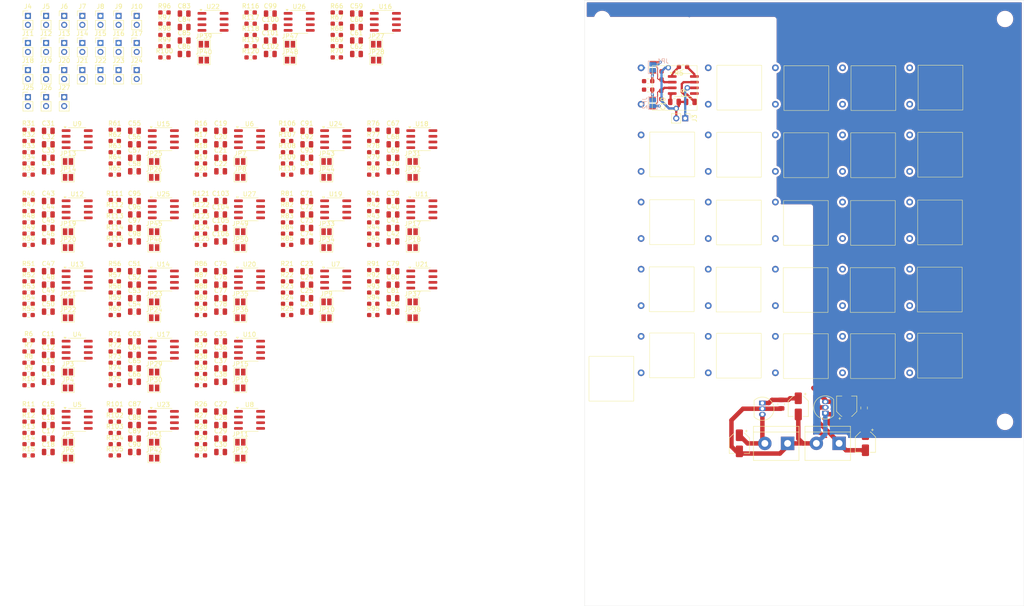
<source format=kicad_pcb>
(kicad_pcb (version 20241229) (generator "pcbnew") (generator_version "9.0")
  (layers (0 "F.Cu" signal) (2 "B.Cu" signal) (13 "F.Paste" user) (15 "B.Paste" user) (5 "F.SilkS" user "F.Silkscreen") (7 "B.SilkS" user "B.Silkscreen") (1 "F.Mask" user) (3 "B.Mask" user) (25 "Edge.Cuts" user))
  (net 0 "")
  (net 1 "GNDA")
  (net 2 "Net-(J1-Pin_2)")
  (net 3 "/vn")
  (net 4 "Net-(J2-Pin_1)")
  (net 5 "/vs1_11")
  (net 6 "/vs2_11")
  (net 7 "/vp")
  (net 8 "Net-(JP2-B)")
  (net 9 "Net-(JP2-A)")
  (net 10 "Net-(JP1-A)")
  (net 11 "Net-(JP1-B)")
  (net 12 "/vo11")
  (net 13 "Net-(JP3-B)")
  (net 14 "Net-(JP3-A)")
  (net 15 "Net-(JP4-A)")
  (net 16 "Net-(JP4-B)")
  (net 17 "Net-(JP5-A)")
  (net 18 "Net-(JP5-B)")
  (net 19 "Net-(JP6-A)")
  (net 20 "Net-(JP6-B)")
  (net 21 "Net-(JP7-A)")
  (net 22 "Net-(JP7-B)")
  (net 23 "Net-(JP8-B)")
  (net 24 "Net-(JP8-A)")
  (net 25 "Net-(JP9-B)")
  (net 26 "Net-(JP9-A)")
  (net 27 "Net-(JP10-B)")
  (net 28 "Net-(JP10-A)")
  (net 29 "Net-(JP11-B)")
  (net 30 "Net-(JP11-A)")
  (net 31 "Net-(JP12-A)")
  (net 32 "Net-(JP12-B)")
  (net 33 "Net-(JP13-B)")
  (net 34 "Net-(JP13-A)")
  (net 35 "Net-(JP14-B)")
  (net 36 "Net-(JP14-A)")
  (net 37 "Net-(JP15-B)")
  (net 38 "Net-(JP15-A)")
  (net 39 "Net-(JP16-A)")
  (net 40 "Net-(JP16-B)")
  (net 41 "Net-(JP17-A)")
  (net 42 "Net-(JP17-B)")
  (net 43 "Net-(JP18-A)")
  (net 44 "Net-(JP18-B)")
  (net 45 "Net-(JP19-B)")
  (net 46 "Net-(JP19-A)")
  (net 47 "Net-(JP20-B)")
  (net 48 "Net-(JP20-A)")
  (net 49 "Net-(JP21-A)")
  (net 50 "Net-(JP21-B)")
  (net 51 "Net-(JP22-B)")
  (net 52 "Net-(JP22-A)")
  (net 53 "Net-(JP23-A)")
  (net 54 "Net-(JP23-B)")
  (net 55 "Net-(JP24-A)")
  (net 56 "Net-(JP24-B)")
  (net 57 "Net-(JP25-B)")
  (net 58 "Net-(JP25-A)")
  (net 59 "Net-(JP26-B)")
  (net 60 "Net-(JP26-A)")
  (net 61 "Net-(JP27-B)")
  (net 62 "Net-(JP27-A)")
  (net 63 "Net-(JP28-A)")
  (net 64 "Net-(JP28-B)")
  (net 65 "Net-(JP29-A)")
  (net 66 "Net-(JP29-B)")
  (net 67 "Net-(JP30-A)")
  (net 68 "Net-(JP30-B)")
  (net 69 "Net-(JP31-A)")
  (net 70 "Net-(JP31-B)")
  (net 71 "Net-(JP32-A)")
  (net 72 "Net-(JP32-B)")
  (net 73 "Net-(JP33-A)")
  (net 74 "Net-(JP33-B)")
  (net 75 "Net-(JP34-A)")
  (net 76 "Net-(JP34-B)")
  (net 77 "Net-(JP35-A)")
  (net 78 "Net-(JP35-B)")
  (net 79 "Net-(JP36-B)")
  (net 80 "Net-(JP36-A)")
  (net 81 "Net-(JP37-A)")
  (net 82 "Net-(JP37-B)")
  (net 83 "Net-(JP38-B)")
  (net 84 "Net-(JP38-A)")
  (net 85 "Net-(JP39-A)")
  (net 86 "Net-(JP39-B)")
  (net 87 "Net-(JP40-B)")
  (net 88 "Net-(JP40-A)")
  (net 89 "Net-(JP41-B)")
  (net 90 "Net-(JP41-A)")
  (net 91 "Net-(JP42-A)")
  (net 92 "Net-(JP42-B)")
  (net 93 "Net-(JP43-A)")
  (net 94 "Net-(JP43-B)")
  (net 95 "Net-(JP44-B)")
  (net 96 "Net-(JP44-A)")
  (net 97 "Net-(JP45-B)")
  (net 98 "Net-(JP45-A)")
  (net 99 "Net-(JP46-A)")
  (net 100 "Net-(JP46-B)")
  (net 101 "Net-(JP47-A)")
  (net 102 "Net-(JP47-B)")
  (net 103 "Net-(JP48-B)")
  (net 104 "Net-(JP48-A)")
  (net 105 "Net-(JP49-B)")
  (net 106 "Net-(JP49-A)")
  (net 107 "Net-(JP50-B)")
  (net 108 "Net-(JP50-A)")
  (net 109 "/vo21")
  (net 110 "/vo31")
  (net 111 "/vo41")
  (net 112 "/vo51")
  (net 113 "/vo12")
  (net 114 "/vo22")
  (net 115 "/vo32")
  (net 116 "/vo42")
  (net 117 "/vo52")
  (net 118 "/vo13")
  (net 119 "/vo23")
  (net 120 "/vo33")
  (net 121 "/vo43")
  (net 122 "/vo53")
  (net 123 "/vo14")
  (net 124 "/vo24")
  (net 125 "/vo34")
  (net 126 "/vo44")
  (net 127 "/vo54")
  (net 128 "/vo15")
  (net 129 "/vo25")
  (net 130 "/vo35")
  (net 131 "/vo45")
  (net 132 "/vo55")
  (net 133 "Net-(R5-Pad2)")
  (net 134 "Net-(R5-Pad1)")
  (net 135 "/vs1_21")
  (net 136 "/vs2_21")
  (net 137 "Net-(R10-Pad1)")
  (net 138 "Net-(R10-Pad2)")
  (net 139 "/vs1_31")
  (net 140 "/vs2_31")
  (net 141 "Net-(R15-Pad1)")
  (net 142 "Net-(R15-Pad2)")
  (net 143 "/vs1_41")
  (net 144 "/vs2_41")
  (net 145 "Net-(R20-Pad1)")
  (net 146 "Net-(R20-Pad2)")
  (net 147 "/vs1_51")
  (net 148 "/vs2_51")
  (net 149 "Net-(R25-Pad2)")
  (net 150 "Net-(R25-Pad1)")
  (net 151 "/vs1_12")
  (net 152 "/vs2_12")
  (net 153 "Net-(R30-Pad1)")
  (net 154 "Net-(R30-Pad2)")
  (net 155 "/vs1_22")
  (net 156 "/vs2_22")
  (net 157 "Net-(R35-Pad1)")
  (net 158 "Net-(R35-Pad2)")
  (net 159 "/vs1_32")
  (net 160 "/vs2_32")
  (net 161 "Net-(R40-Pad1)")
  (net 162 "Net-(R40-Pad2)")
  (net 163 "/vs1_42")
  (net 164 "/vs2_42")
  (net 165 "Net-(R45-Pad2)")
  (net 166 "Net-(R45-Pad1)")
  (net 167 "/vs1_52")
  (net 168 "/vs2_52")
  (net 169 "Net-(R50-Pad1)")
  (net 170 "Net-(R50-Pad2)")
  (net 171 "/vs1_13")
  (net 172 "/vs2_13")
  (net 173 "Net-(R55-Pad1)")
  (net 174 "Net-(R55-Pad2)")
  (net 175 "/vs1_23")
  (net 176 "/vs2_23")
  (net 177 "Net-(R60-Pad2)")
  (net 178 "Net-(R60-Pad1)")
  (net 179 "/vs1_33")
  (net 180 "/vs2_33")
  (net 181 "Net-(R65-Pad2)")
  (net 182 "Net-(R65-Pad1)")
  (net 183 "/vs1_43")
  (net 184 "/vs2_43")
  (net 185 "Net-(R70-Pad1)")
  (net 186 "Net-(R70-Pad2)")
  (net 187 "/vs1_53")
  (net 188 "/vs2_53")
  (net 189 "Net-(R75-Pad1)")
  (net 190 "Net-(R75-Pad2)")
  (net 191 "/vs1_14")
  (net 192 "/vs2_14")
  (net 193 "Net-(R80-Pad1)")
  (net 194 "Net-(R80-Pad2)")
  (net 195 "/vs1_24")
  (net 196 "/vs2_24")
  (net 197 "Net-(R85-Pad2)")
  (net 198 "Net-(R85-Pad1)")
  (net 199 "/vs1_34")
  (net 200 "/vs2_34")
  (net 201 "Net-(R90-Pad1)")
  (net 202 "Net-(R90-Pad2)")
  (net 203 "/vs1_44")
  (net 204 "/vs2_44")
  (net 205 "Net-(R95-Pad2)")
  (net 206 "Net-(R95-Pad1)")
  (net 207 "/vs1_54")
  (net 208 "/vs2_54")
  (net 209 "Net-(R100-Pad1)")
  (net 210 "Net-(R100-Pad2)")
  (net 211 "/vs1_15")
  (net 212 "/vs2_15")
  (net 213 "Net-(R105-Pad1)")
  (net 214 "Net-(R105-Pad2)")
  (net 215 "/vs1_25")
  (net 216 "/vs2_25")
  (net 217 "Net-(R110-Pad2)")
  (net 218 "Net-(R110-Pad1)")
  (net 219 "/vs1_35")
  (net 220 "/vs2_35")
  (net 221 "Net-(R115-Pad1)")
  (net 222 "Net-(R115-Pad2)")
  (net 223 "/vs1_45")
  (net 224 "/vs2_45")
  (net 225 "Net-(R120-Pad2)")
  (net 226 "Net-(R120-Pad1)")
  (net 227 "/vs1_55")
  (net 228 "/vs2_55")
  (net 229 "Net-(R125-Pad2)")
  (net 230 "Net-(R125-Pad1)")
  (footprint "Jumper:SolderJumper-2_P1.3mm_Open_Pad1.0x1.5mm" (layer "F.Cu") (at 65.9625 82.26)
    (property "Reference" "JP26")
    (property "Value" "SolderJumper_2_Open")
  )
  (footprint "Resistor_SMD:R_0603_1608Metric_Pad0.98x0.95mm_HandSolder" (layer "F.Cu") (at 76.4125 81.65)
    (property "Reference" "R20")
    (property "Value" "R")
  )
  (footprint "Resistor_SMD:R_0603_1608Metric_Pad0.98x0.95mm_HandSolder" (layer "F.Cu") (at 76.4125 136.84)
    (property "Reference" "R27")
    (property "Value" "1M")
  )
  (footprint "Resistor_SMD:R_0603_1608Metric_Pad0.98x0.95mm_HandSolder" (layer "F.Cu") (at 95.6625 89.8)
    (property "Reference" "R82")
    (property "Value" "1M")
  )
  (footprint "Capacitor_SMD:C_0805_2012Metric" (layer "F.Cu") (at 61.5625 137.59)
    (property "Reference" "C88")
    (property "Value" "1u")
  )
  (footprint "Connector_PinHeader_2.00mm:PinHeader_1x02_P2.00mm_Vertical" (layer "F.Cu") (at 37.7625 58.28)
    (property "Reference" "J18")
    (property "Value" "Conn_01x02_Pin")
  )
  (footprint "Connector_PinHeader_2.00mm:PinHeader_1x02_P2.00mm_Vertical" (layer "F.Cu") (at 45.8625 46.18)
    (property "Reference" "J6")
    (property "Value" "Conn_01x02_Pin")
  )
  (footprint "Capacitor_SMD:C_0805_2012Metric" (layer "F.Cu") (at 80.8125 90.55)
    (property "Reference" "C104")
    (property "Value" "1u")
  )
  (footprint "Connector_PinHeader_2.00mm:PinHeader_1x02_P2.00mm_Vertical" (layer "F.Cu") (at 45.8625 64.33)
    (property "Reference" "J27")
    (property "Value" "Conn_01x02_Pin")
  )
  (footprint "Resistor_SMD:R_0603_1608Metric_Pad0.98x0.95mm_HandSolder" (layer "F.Cu") (at 76.4125 123.67)
    (property "Reference" "R38")
    (property "Value" "47")
  )
  (footprint "Resistor_SMD:R_0603_1608Metric_Pad0.98x0.95mm_HandSolder" (layer "F.Cu") (at 95.6625 71.61)
    (property "Reference" "R106")
    (property "Value" "1M")
  )
  (footprint "Jumper:SolderJumper-2_P1.3mm_Open_Pad1.0x1.5mm" (layer "F.Cu") (at 104.4625 113.62)
    (property "Reference" "JP10")
    (property "Value" "SolderJumper_2_Open")
  )
  (footprint "Capacitor_SMD:C_0805_2012Metric" (layer "F.Cu") (at 61.5625 121.91)
    (property "Reference" "C64")
    (property "Value" "1u")
  )
  (footprint "Capacitor_SMD:C_0805_2012Metric" (layer "F.Cu") (at 80.8125 93.56)
    (property "Reference" "C105")
    (property "Value" "100n")
  )
  (footprint "Connector_PinHeader_2.00mm:PinHeader_1x02_P2.00mm_Vertical" (layer "F.Cu") (at 45.8625 52.23)
    (property "Reference" "J13")
    (property "Value" "Conn_01x02_Pin")
  )
  (footprint "Jumper:SolderJumper-2_P1.3mm_Open_Pad1.0x1.5mm" (layer "F.Cu") (at 46.7125 110.07)
    (property "Reference" "JP21")
    (property "Value" "SolderJumper_2_Open")
  )
  (footprint "Capacitor_SMD:C_0805_2012Metric" (layer "F.Cu") (at 119.3125 112.25)
    (property "Reference" "C82")
    (property "Value" "100n")
  )
  (footprint "Capacitor_SMD:C_0805_2012Metric" (layer "F.Cu") (at 61.5625 90.55)
    (property "Reference" "C96")
    (property "Value" "1u")
  )
  (footprint "Capacitor_SMD:CP_Elec_4x4.5" (layer "F.Cu") (at 224.8676 141.42 -90)
    (property "Reference" "C2" (hide yes))
    (property "Value" "10u" (hide yes))
  )
  (footprint "Resistor_SMD:R_0603_1608Metric_Pad0.98x0.95mm_HandSolder" (layer "F.Cu") (at 37.9125 107.99)
    (property "Reference" "R53")
    (property "Value" "47")
  )
  (footprint "Jumper:SolderJumper-2_P1.3mm_Open_Pad1.0x1.5mm" (layer "F.Cu") (at 85.2125 113.62)
    (property "Reference" "JP36")
    (property "Value" "SolderJumper_2_Open")
  )
  (footprint "Capacitor_SMD:C_0805_2012Metric" (layer "F.Cu") (at 119.3125 74.87)
    (property "Reference" "C68")
    (property "Value" "1u")
  )
  (footprint "Package_SO:SOIC-8_3.9x4.9mm_P1.27mm" (layer "F.Cu") (at 79.1125 47.51)
    (property "Reference" "U22")
    (property "Value" "INA823")
  )
  (footprint "Resistor_SMD:R_0603_1608Metric_Pad0.98x0.95mm_HandSolder" (layer "F.Cu") (at 57.1625 121.16)
    (property "Reference" "R72")
    (property "Value" "1M")
  )
  (footprint "Resistor_SMD:R_0603_1608Metric_Pad0.98x0.95mm_HandSolder" (layer "F.Cu") (at 37.9125 102.97)
    (property "Reference" "R51")
    (property "Value" "1M")
  )
  (footprint "Capacitor_SMD:C_0805_2012Metric" (layer "F.Cu") (at 61.5625 71.86)
    (property "Reference" "C55")
    (property "Value" "1u")
  )
  (footprint "Capacitor_SMD:C_0805_2012Metric" (layer "F.Cu") (at 42.3125 96.57)
    (property "Reference" "C46")
    (property "Value" "100n")
  )
  (footprint "Capacitor_SMD:C_0805_2012Metric" (layer "F.Cu") (at 42.3125 93.56)
    (property "Reference" "C45")
    (property "Value" "100n")
  )
  (footprint "Resistor_SMD:R_0603_1608Metric_Pad0.98x0.95mm_HandSolder" (layer "F.Cu") (at 114.9125 105.48)
    (property "Reference" "R92")
    (property "Value" "1M")
  )
  (footprint "Jumper:SolderJumper-2_P1.3mm_Open_Pad1.0x1.5mm" (layer "F.Cu") (at 85.2125 78.71)
    (property "Reference" "JP7")
    (property "Value" "SolderJumper_2_Open")
  )
  (footprint "Jumper:SolderJumper-2_P1.3mm_Open_Pad1.0x1.5mm" (layer "F.Cu") (at 65.9625 110.07)
    (property "Reference" "JP23")
    (property "Value" "SolderJumper_2_Open")
  )
  (footprint "Capacitor_SMD:C_0805_2012Metric" (layer "F.Cu") (at 42.3125 80.89)
    (property "Reference" "C34")
    (property "Value" "100n")
  )
  (footprint "Jumper:SolderJumper-2_P1.3mm_Open_Pad1.0x1.5mm" (layer "F.Cu") (at 123.7125 78.71)
    (property "Reference" "JP31")
    (property "Value" "SolderJumper_2_Open")
  )
  (footprint "Resistor_SMD:R_0603_1608Metric_Pad0.98x0.95mm_HandSolder" (layer "F.Cu") (at 57.1625 92.31)
    (property "Reference" "R113")
    (property "Value" "47")
  )
  (footprint "Jumper:SolderJumper-2_P1.3mm_Open_Pad1.0x1.5mm" (layer "F.Cu") (at 123.7125 97.94)
    (property "Reference" "JP18")
    (property "Value" "SolderJumper_2_Open")
  )
  (footprint "Capacitor_SMD:C_0805_2012Metric" (layer "F.Cu") (at 119.3125 103.22)
    (property "Reference" "C79")
    (property "Value" "1u")
  )
  (footprint "Resistor_SMD:R_0603_1608Metric_Pad0.98x0.95mm_HandSolder" (layer "F.Cu") (at 114.9125 110.5)
    (property "Reference" "R94")
    (property "Value" "47")
  )
  (footprint "Jumper:SolderJumper-2_P1.3mm_Open_Pad1.0x1.5mm" (layer "F.Cu") (at 85.2125 97.94)
    (property "Reference" "JP50")
    (property "Value" "SolderJumper_2_Open")
  )
  (footprint "Jumper:SolderJumper-2_P1.3mm_Open_Pad1.0x1.5mm" (layer "F.Cu") (at 85.2125 82.26)
    (property "Reference" "JP8")
    (property "Value" "SolderJumper_2_Open")
  )
  (footprint "Capacitor_SMD:C_0805_2012Metric" (layer "F.Cu") (at 119.3125 96.57)
    (property "Reference" "C42")
    (property "Value" "100n")
  )
  (footprint "Resistor_SMD:R_0603_1608Metric_Pad0.98x0.95mm_HandSolder" (layer "F.Cu") (at 114.9125 79.14)
    (property "Reference" "R79")
    (property "Value" "47")
  )
  (footprint "Capacitor_SMD:C_0805_2012Metric" (layer "F.Cu") (at 177.3776 57.68 -90)
    (property "Reference" "C7" (hide yes))
    (property "Value" "1u" (hide yes))
  )
  (footprint "Resistor_SMD:R_0603_1608Metric_Pad0.98x0.95mm_HandSolder" (layer "F.Cu") (at 95.6625 113.01)
    (property "Reference" "R25")
    (property "Value" "R")
  )
  (footprint "Capacitor_SMD:C_0805_2012Metric" (layer "F.Cu") (at 72.6625 51.68)
    (property "Reference" "C85")
    (property "Value" "100n")
  )
  (footprint "Package_TO_SOT_THT:TO-92_Inline" (layer "F.Cu") (at 201.8476 132.67 -90)
    (property "Reference" "U1" (hide yes))
    (property "Value" "L78L05_TO92" (hide yes))
  )
  (footprint "Resistor_SMD:R_0603_1608Metric_Pad0.98x0.95mm_HandSolder" (layer "F.Cu") (at 57.1625 105.48)
    (property "Reference" "R57")
    (property "Value" "1M")
  )
  (footprint "Resistor_SMD:R_0603_1608Metric_Pad0.98x0.95mm_HandSolder" (layer "F.Cu") (at 76.4125 107.99)
    (property "Reference" "R88")
    (property "Value" "47")
  )
  (footprint "Resistor_SMD:R_0603_1608Metric_Pad0.98x0.95mm_HandSolder" (layer "F.Cu") (at 76.4125 139.35)
    (property "Reference" "R28")
    (property "Value" "47")
  )
  (footprint "Resistor_SMD:R_0603_1608Metric_Pad0.98x0.95mm_HandSolder" (layer "F.Cu") (at 114.9125 92.31)
    (property "Reference" "R43")
    (property "Value" "47")
  )
  (footprint "Capacitor_SMD:C_0805_2012Metric" (layer "F.Cu") (at 72.6625 45.66)
    (property "Reference" "C83")
    (property "Value" "1u")
  )
  (footprint "Jumper:SolderJumper-2_P1.3mm_Open_Pad1.0x1.5mm" (layer "F.Cu") (at 123.7125 94.39)
    (property "Reference" "JP17")
    (property "Value" "SolderJumper_2_Open")
  )
  (footprint "Capacitor_SMD:C_0805_2012Metric" (layer "F.Cu") (at 61.5625 112.25)
    (property "Reference" "C54")
    (property "Value" "100n")
  )
  (footprint "Resistor_SMD:R_0603_1608Metric_Pad0.98x0.95mm_HandSolder" (layer "F.Cu") (at 114.9125 71.61)
    (property "Reference" "R76")
    (property "Value" "1M")
  )
  (footprint "Resistor_SMD:R_0603_1608Metric_Pad0.98x0.95mm_HandSolder" (layer "F.Cu") (at 37.9125 128.69)
    (property "Reference" "R10")
    (property "Value" "R")
  )
  (footprint "Resistor_SMD:R_0603_1608Metric_Pad0.98x0.95mm_HandSolder" (layer "F.Cu") (at 114.9125 87.29)
    (property "Reference" "R41")
    (property "Value" "1M")
  )
  (footprint "Capacitor_SMD:C_0805_2012Metric" (layer "F.Cu") (at 42.3125 140.6)
    (property "Reference" "C17")
    (property "Value" "100n")
  )
  (footprint "Package_SO:SOIC-8_3.9x4.9mm_P1.27mm" (layer "F.Cu") (at 125.7625 105.07)
    (property "Reference" "U21")
    (property "Value" "INA823")
  )
  (footprint "MountingHole:MountingHole_3.2mm_M3" (layer "F.Cu") (at 166.05796 136.869986)
    (property "Reference" "REF**" (hide yes))
    (property "Value" "MountingHole_3.2mm_M3" (hide yes))
  )
  (footprint "Jumper:SolderJumper-2_P1.3mm_Open_Pad1.0x1.5mm" (layer "F.Cu") (at 65.9625 141.43)
    (property "Reference" "JP41")
    (property "Value" "SolderJumper_2_Open")
  )
  (footprint "Capacitor_SMD:C_0805_2012Metric" (layer "F.Cu") (at 80.8125 124.92)
    (property "Reference" "C37")
    (property "Value" "100n")
  )
  (footprint "Jumper:SolderJumper-2_P1.3mm_Open_Pad1.0x1.5mm" (layer "F.Cu") (at 46.7125 129.3)
    (property "Reference" "JP4")
    (property "Value" "SolderJumper_2_Open")
  )
  (footprint "Resistor_SMD:R_0603_1608Metric_Pad0.98x0.95mm_HandSolder" (layer "F.Cu") (at 37.9125 71.61)
    (property "Reference" "R31")
    (property "Value" "1M")
  )
  (footprint "Resistor_SMD:R_0603_1608Metric_Pad0.98x0.95mm_HandSolder" (layer "F.Cu") (at 57.1625 123.67)
    (property "Reference" "R73")
    (property "Value" "47")
  )
  (footprint "Resistor_SMD:R_0603_1608Metric_Pad0.98x0.95mm_HandSolder" (layer "F.Cu") (at 95.6625 94.82)
    (property "Reference" "R84")
    (property "Value" "47")
  )
  (footprint "Resistor_SMD:R_0603_1608Metric_Pad0.98x0.95mm_HandSolder" (layer "F.Cu") (at 68.2625 52.94)
    (property "Reference" "R99")
    (property "Value" "47")
  )
  (footprint "Capacitor_SMD:C_0805_2012Metric" (layer "F.Cu") (at 177.2976 65.66 -90)
    (property "Reference" "C8" (hide yes))
    (property "Value" "1u" (hide yes))
  )
  (footprint "Resistor_SMD:R_0603_1608Metric_Pad0.98x0.95mm_HandSolder" (layer "F.Cu") (at 76.4125 128.69)
    (property "Reference" "R40")
    (property "Value" "R")
  )
  (footprint "Capacitor_SMD:C_0805_2012Metric" (layer "F.Cu") (at 119.3125 93.56)
    (property "Reference" "C41")
    (property "Value" "100n")
  )
  (footprint "Capacitor_SMD:C_0805_2012Metric" (layer "F.Cu") (at 100.0625 74.87)
    (property "Reference" "C92")
    (property "Value" "1u")
  )
  (footprint "Capacitor_SMD:C_0805_2012Metric" (layer "F.Cu") (at 100.0625 96.57)
    (property "Reference" "C74")
    (property "Value" "100n")
  )
  (footprint "Resistor_SMD:R_0603_1608Metric_Pad0.98x0.95mm_HandSolder" (layer "F.Cu") (at 106.7625 45.41)
    (property "Reference" "R66")
    (property "Value" "1M")
  )
  (footprint "Connector_PinHeader_2.00mm:PinHeader_1x02_P2.00mm_Vertical" (layer "F.Cu") (at 37.7625 64.33)
    (property "Reference" "J25")
    (property "Value" "Conn_01x02_Pin")
  )
  (footprint "Capacitor_SMD:C_0805_2012Metric" (layer "F.Cu") (at 80.8125 96.57)
    (property "Reference" "C106")
    (property "Value" "100n")
  )
  (footprint "Connector_PinHeader_2.00mm:PinHeader_1x02_P2.00mm_Vertical" (layer "F.Cu") (at 41.8125 58.28)
    (property "Reference" "J19")
    (property "Value" "Conn_01x02_Pin")
  )
  (footprint "Jumper:SolderJumper-2_P1.3mm_Open_Pad1.0x1.5mm" (layer "F.Cu") (at 65.9625 125.75)
    (property "Reference" "JP29")
    (property "Value" "SolderJumper_2_Open")
  )
  (footprint "Capacitor_SMD:C_0805_2012Metric" (layer "F.Cu") (at 80.8125 134.58)
    (property "Reference" "C27")
    (property "Value" "1u")
  )
  (footprint "Resistor_SMD:R_0603_1608Metric_Pad0.98x0.95mm_HandSolder" (layer "F.Cu") (at 37.9125 76.63)
    (property "Reference" "R33")
    (property "Value" "47")
  )
  (footprint "Capacitor_SMD:C_0805_2012Metric" (layer "F.Cu") (at 100.0625 106.23)
    (property "Reference" "C24")
    (property "Value" "1u")
  )
  (footprint "Resistor_SMD:R_0603_1608Metric_Pad0.98x0.95mm_HandSolder" (layer "F.Cu") (at 57.1625 134.33)
    (property "Reference" "R101")
    (property "Value" "1M")
  )
  (footprint "Resistor_SMD:R_0603_1608Metric_Pad0.98x0.95mm_HandSolder" (layer "F.Cu") (at 57.1625 94.82)
    (property "Reference" "R114")
    (property "Value" "47")
  )
  (footprint "Capacitor_SMD:C_0805_2012Metric" (layer "F.Cu") (at 100.0625 71.86)
    (property "Reference" "C91")
    (property "Value" "1u")
  )
  (footprint "Package_SO:SOIC-8_3.9x4.9mm_P1.27mm" (layer "F.Cu") (at 87.2625 120.75)
    (property "Reference" "U10")
    (property "Value" "INA823")
  )
  (footprint "Package_SO:SOIC-8_3.9x4.9mm_P1.27mm" (layer "F.Cu") (at 106.5125 89.39)
    (property "Reference" "U19")
    (property "Value" "INA823")
  )
  (footprint "Package_SO:SOIC-8_3.9x4.9mm_P1.27mm" (layer "F.Cu") (at 68.0125 73.71)
    (property "Reference" "U15")
    (property "Value" "INA823")
  )
  (footprint "Resistor_SMD:R_0603_1608Metric_Pad0.98x0.95mm_HandSolder" (layer "F.Cu") (at 57.1625 71.61)
    (property "Reference" "R61")
    (property "Value" "1M")
  )
  (footprint "Resistor_SMD:R_0603_1608Metric_Pad0.98x0.95mm_HandSolder" (layer "F.Cu") (at 57.1625 141.86)
    (property "Reference" "R104")
    (property "Value" "47")
  )
  (footprint "Package_SO:SOIC-8_3.9x4.9mm_P1.27mm" (layer "F.Cu") (at 68.0125 136.43)
    (property "Reference" "U23")
    (property "Value" "INA823")
  )
  (footprint "Capacitor_SMD:C_0805_2012Metric" (layer "F.Cu") (at 80.8125 80.89)
    (property "Reference" "C22")
    (property "Value" "100n")
  )
  (footprint "Resistor_SMD:R_0603_1608Metric_Pad0.98x0.95mm_HandSolder" (layer "F.Cu") (at 57.1625 102.97)
    (property "Reference" "R56")
    (property "Value" "1M")
  )
  (footprint "Resistor_SMD:R_0603_1608Metric_Pad0.98x0.95mm_HandSolder" (layer "F.Cu") (at 37.9125 144.37)
    (property "Reference" "R15")
    (property "Value" "R")
  )
  (footprint "Connector_PinHeader_2.00mm:PinHeader_1x02_P2.00mm_Vertical" (layer "F.Cu") (at 58.0125 52.23)
    (property "Reference" "J16")
    (property "Value" "Conn_01x02_Pin")
  )
  (footprint "Capacitor_SMD:C_0805_2012Metric" (layer "F.Cu") (at 80.8125 103.22)
    (property "Reference" "C75")
    (property "Value" "1u")
  )
  (footprint "Jumper:SolderJumper-2_P1.3mm_Open_Pad1.0x1.5mm" (layer "F.Cu") (at 104.4625 94.39)
    (property "Reference" "JP33")
    (property "Value" "SolderJumper_2_Open")
  )
  (footprint "Resistor_SMD:R_0603_1608Metric_Pad0.98x0.95mm_HandSolder" (layer "F.Cu") (at 37.9125 118.65)
    (property "Reference" "R6")
    (property "Value" "1M")
  )
  (footprint "Capacitor_SMD:C_0805_2012Metric" (layer "F.Cu") (at 61.5625 140.6)
    (property "Reference" "C89")
    (property "Value" "100n")
  )
  (footprint "Connector_PinHeader_2.00mm:PinHeader_1x02_P2.00mm_Vertical" (layer "F.Cu") (at 53.9625 46.18)
    (property "Reference" "J8")
    (property "Value" "Conn_01x02_Pin")
  )
  (footprint "Capacitor_SMD:C_0805_2012Metric" (layer "F.Cu") (at 42.3125 112.25)
    (property "Reference" "C50")
    (property "Value" "100n")
  )
  (footprint "Capacitor_SMD:C_0805_2012Metric" (layer "F.Cu") (at 224.5776 133.77 90)
    (property "Reference" "C4" (hide yes))
    (property "Value" "100n" (hide yes))
  )
  (footprint "Resistor_SMD:R_0603_1608Metric_Pad0.98x0.95mm_HandSolder" (layer "F.Cu") (at 37.9125 105.48)
    (property "Reference" "R52")
    (property "Value" "1M")
  )
  (footprint "Capacitor_SMD:C_0805_2012Metric" (layer "F.Cu") (at 42.3125 127.93)
    (property "Reference" "C14")
    (property "Value" "100n")
  )
  (footprint "Resistor_SMD:R_0603_1608Metric_Pad0.98x0.95mm_HandSolder" (layer "F.Cu") (at 76.4125 89.8)
    (property "Reference" "R122")
    (property "Value" "1M")
  )
  (footprint "Resistor_SMD:R_0603_1608Metric_Pad0.98x0.95mm_HandSolder" (layer "F.Cu") (at 114.9125 97.33)
    (property "Reference" "R45")
    (property "Value" "R")
  )
  (footprint "TerminalBlock:TerminalBlock_bornier-2_P5.08mm" (layer "F.Cu") (at 218.9876 141.68 180)
    (property "Reference" "J2" (hide yes))
    (property "Value" "VRAW LVNeg" (hide yes))
  )
  (footprint "Jumper:SolderJumper-2_P1.3mm_Open_Pad1.0x1.5mm" (layer "F.Cu") (at 104.4625 97.94)
    (property "Reference" "JP34")
    (property "Value" "SolderJumper_2_Open")
  )
  (footprint "Resistor_SMD:R_0603_1608Metric_Pad0.98x0.95mm_HandSolder" (layer "F.Cu") (at 37.9125 89.8)
    (property "Reference" "R47")
    (property "Value" "1M")
  )
  (footprint "Resistor_SMD:R_0603_1608Metric_Pad0.98x0.95mm_HandSolder" (layer "F.Cu") (at 76.4125 76.63)
    (property "Reference" "R18")
    (property "Value" "47")
  )
  (footprint "Capacitor_SMD:C_0805_2012Metric" (layer "F.Cu") (at 42.3125 74.87)
    (property "Reference" "C32")
    (property "Value" "1u")
  )
  (footprint "Capacitor_SMD:C_0805_2012Metric" (layer "F.Cu") (at 42.3125 134.58)
    (property "Reference" "C15")
    (property "Value" "1u")
  )
  (footprint "Resistor_SMD:R_0603_1608Metric_Pad0.98x0.95mm_HandSolder" (layer "F.Cu") (at 57.1625 118.65)
    (property "Reference" "R71")
    (property "Value" "1M")
  )
  (footprint "Jumper:SolderJumper-2_P1.3mm_Open_Pad1.0x1.5mm" (layer "F.Cu") (at 46.7125 141.43)
    (property "Reference" "JP5")
    (property "Value" "SolderJumper_2_Open")
  )
  (footprint "Package_SO:SOIC-8_3.9x4.9mm_P1.27mm" (layer "F.Cu") (at 48.7625 73.71)
    (property "Reference" "U9")
    (property "Value" "INA823")
  )
  (footprint "Resistor_SMD:R_0603_1608Metric_Pad0.98x0.95mm_HandSolder" (layer "F.Cu") (at 37.9125 141.86)
    (property "Reference" "R14")
    (property "Value" "47")
  )
  (footprint "Capacitor_SMD:C_0805_2012Metric" (layer "F.Cu") (at 80.8125 74.87)
    (property "Reference" "C20")
    (property "Value" "1u")
  )
  (footprint "Resistor_SMD:R_0603_1608Metric_Pad0.98x0.95mm_HandSolder" (layer "F.Cu") (at 76.4125 126.18)
    (property "Reference" "R39")
    (property "Value" "47")
  )
  (footprint "Capacitor_SMD:C_0805_2012Metric" (layer "F.Cu") (at 61.5625 134.58)
    (property "Reference" "C87")
    (property "Value" "1u")
  )
  (footprint "Resistor_SMD:R_0603_1608Metric_Pad0.98x0.95mm_HandSolder" (layer "F.Cu") (at 76.4125 79.14)
    (property "Reference" "R19")
    (property "Value" "47")
  )
  (footprint "Capacitor_SMD:C_0805_2012Metric" (layer "F.Cu") (at 80.8125 112.25)
    (property "Reference" "C78")
    (property "Value" "100n")
  )
  (footprint "Capacitor_SMD:C_0805_2012Metric" (layer "F.Cu") (at 206.0476 132.92 90)
    (property "Reference" "C3" (hide yes))
    (property "Value" "100n" (hide yes))
  )
  (footprint "Resistor_SMD:R_0603_1608Metric_Pad0.98x0.95mm_HandSolder" (layer "F.Cu") (at 76.4125 102.97)
    (property "Reference" "R86")
    (property "Value" "1M")
  )
  (footprint "Capacitor_SMD:C_0805_2012Metric" (layer "F.Cu") (at 42.3125 106.23)
    (property "Reference" "C48")
    (property "Value" "1u")
  )
  (footprint "Capacitor_SMD:C_0805_2012Metric" (layer "F.Cu") (at 80.8125 77.88)
    (property "Reference" "C21")
    (property "Value" "100n")
  )
  (footprint "Capacitor_SMD:C_0805_2012Metric" (layer "F.Cu") (at 61.5625 106.23)
    (property "Reference" "C52")
    (property "Value" "1u")
  )
  (footprint "Resistor_SMD:R_0603_1608Metric_Pad0.98x0.95mm_HandSolder" (layer "F.Cu") (at 37.9125 94.82)
    (property "Reference" "R49")
    (property "Value" "47")
  )
  (footprint "Capacitor_SMD:CP_Elec_4x4.5" (layer "F.Cu") (at 196.7076 141.67 -90)
    (property "Reference" "C1" (hide yes))
    (property "Value" "10u" (hide yes))
  )
  (footprint "Jumper:SolderJumper-2_P1.3mm_Open_Pad1.0x1.5mm" (layer "F.Cu") (at 85.2125 129.3)
    (property "Reference" "JP16")
    (property "Value" "SolderJumper_2_Open")
  )
  (footprint "Resistor_SMD:R_0603_1608Metric_Pad0.98x0.95mm_HandSolder" (layer "F.Cu") (at 114.9125 74.12)
    (property "Reference" "R77")
    (property "Value" "1M")
  )
  (footprint "Jumper:SolderJumper-2_P1.3mm_Open_Pad1.0x1.5mm" (layer "F.Cu") (at 96.3125 52.51)
    (property "Reference" "JP47")
    (property "Value" "SolderJumper_2_Open")
  )
  (footprint "Resistor_SMD:R_0603_1608Metric_Pad0.98x0.95mm_HandSolder" (layer "F.Cu") (at 87.5125 50.43)
    (property "Reference" "R118")
    (property "Value" "47")
  )
  (footprint "Resistor_SMD:R_0603_1608Metric_Pad0.98x0.95mm_HandSolder" (layer "F.Cu") (at 57.1625 139.35)
    (property "Reference" "R103")
    (property "Value" "47")
  )
  (footprint "Connector_PinHeader_2.00mm:PinHeader_1x02_P2.00mm_Vertical" (layer "F.Cu") (at 49.9125 52.23)
    (property "Reference" "J14")
    (property "Value" "Conn_01x02_Pin")
  )
  (footprint "Jumper:SolderJumper-2_P1.3mm_Open_Pad1.0x1.5mm" (layer "F.Cu") (at 77.0625 56.06)
    (property "Reference" "JP40")
    (property "Value" "SolderJumper_2_Open")
  )
  (footprint "Resistor_SMD:R_0603_1608Metric_Pad0.98x0.95mm_HandSolder" (layer "F.Cu") (at 68.2625 47.92)
    (property "Reference" "R97")
    (property "Value" "1M")
  )
  (footprint "Resistor_SMD:R_0603_1608Metric_Pad0.98x0.95mm_HandSolder" (layer "F.Cu") (at 37.9125 81.65)
    (property "Reference" "R35")
    (property "Value" "R")
  )
  (footprint "Connector_PinHeader_2.00mm:PinHeader_1x02_P2.00mm_Vertical" (layer "F.Cu") (at 62.0625 52.23)
    (property "Reference" "J17")
    (property "Value" "Conn_01x02_Pin")
  )
  (footprint "Capacitor_SMD:C_0805_2012Metric" (layer "F.Cu") (at 80.8125 127.93)
    (property "Reference" "C38")
    (property "Value" "100n")
  )
  (footprint "Resistor_SMD:R_0603_1608Metric_Pad0.98x0.95mm_HandSolder" (layer "F.Cu") (at 37.9125 74.12)
    (property "Reference" "R32")
    (property "Value" "1M")
  )
  (footprint "Capacitor_SMD:C_0805_2012Metric" (layer "F.Cu") (at 119.3125 71.86)
    (property "Reference" "C67")
    (property "Value" "1u")
  )
  (footprint "Capacitor_SMD:C_0805_2012Metric" (layer "F.Cu") (at 42.3125 87.54)
    (property "Reference" "C43")
    (property "Value" "1u")
  )
  (footprint "Resistor_SMD:R_0603_1608Metric_Pad0.98x0.95mm_HandSolder" (layer "F.Cu") (at 37.9125 134.33)
    (property "Reference" "R11")
    (property "Value" "1M")
  )
  (footprint "Capacitor_SMD:C_0805_2012Metric" (layer "F.Cu") (at 80.8125 143.61)
    (property "Reference" "C30")
    (property "Value" "100n")
  )
  (footprint "Capacitor_SMD:C_0805_2012Metric" (layer "F.Cu") (at 42.3125 109.24)
    (property "Reference" "C49")
    (property "Value" "100n")
  )
  (footprint "Connector_PinHeader_2.00mm:PinHeader_1x02_P2.00mm_Vertical" (layer "F.Cu") (at 45.8625 58.28)
    (property "Reference" "J20")
    (property "Value" "Conn_01x02_Pin")
  )
  (footprint "Package_SO:SOIC-8_3.9x4.9mm_P1.27mm" (layer "F.Cu") (at 98.3625 47.51)
    (property "Reference" "U26")
    (property "Value" "INA823")
  )
  (footprint "Package_TO_SOT_THT:TO-92_Inline" (layer "F.Cu") (at 215.9176 134.92 90)
    (property "Reference" "U2" (hide yes))
    (property "Value" "L79L05_TO92" (hide yes))
  )
  (footprint "Resistor_SMD:R_0603_1608Metric_Pad0.98x0.95mm_HandSolder" (layer "F.Cu") (at 68.2625 55.45)
    (property "Reference" "R100")
    (property "Value" "R")
  )
  (footprint "Capacitor_SMD:C_0805_2012Metric" (layer "F.Cu") (at 42.3125 71.86)
    (property "Reference" "C31")
    (property "Value" "1u")
  )
  (footprint "Package_SO:SOIC-8_3.9x4.9mm_P1.27mm" (layer "F.Cu") (at 87.2625 89.39)
    (property "Reference" "U27")
    (property "Value" "INA823")
  )
  (footprint "Package_SO:SOIC-8_3.9x4.9mm_P1.27mm" (layer "F.Cu") (at 87.2625 136.43)
    (property "Reference" "U8")
    (property "Value" "INA823")
  )
  (footprint "Jumper:SolderJumper-2_P1.3mm_Open_Pad1.0x1.5mm" (layer "F.Cu") (at 104.4625 82.26)
    (property "Reference" "JP44")
    (property "Value" "SolderJumper_2_Open")
  )
  (footprint "Resistor_SMD:R_0603_1608Metric_Pad0.98x0.95mm_HandSolder" (layer "F.Cu") (at 114.9125 113.01)
    (property "Reference" "R95")
    (property "Value" "R")
  )
  (footprint "TerminalBlock:TerminalBlock_bornier-2_P5.08mm" (layer "F.Cu") (at 207.4776 141.69 180)
    (property "Reference" "J1" (hide yes))
    (property "Value" "VRAW LVPos" (hide yes))
  )
  (footprint "Resistor_SMD:R_0603_1608Metric_Pad0.98x0.95mm_HandSolder" (layer "F.Cu") (at 68.2625 45.41)
    (property "Reference" "R96")
    (property "Value" "1M")
  )
  (footprint "Jumper:SolderJumper-2_P1.3mm_Open_Pad1.0x1.5mm" (layer "F.Cu") (at 123.7125 82.26)
    (property "Reference" "JP32")
    (property "Value" "SolderJumper_2_Open")
  )
  (footprint "Connector_PinHeader_2.00mm:PinHeader_1x02_P2.00mm_Vertical" (layer "F.Cu") (at 37.7625 52.23)
    (property "Reference" "J11")
    (property "Value" "Conn_01x02_Pin")
  )
  (footprint "Jumper:SolderJumper-2_P1.3mm_Open_Pad1.0x1.5mm" (layer "F.Cu") (at 65.9625 113.62)
    (property "Reference" "JP24")
    (property "Value" "SolderJumper_2_Open")
  )
  (footprint "Package_SO:SOIC-8_3.9x4.9mm_P1.27mm" (layer "F.Cu") (at 117.6125 47.51)
    (property "Reference" "U16")
    (property "Value" "INA823")
  )
  (footprint "Jumper:SolderJumper-2_P1.3mm_Open_Pad1.0x1.5mm" (layer "F.Cu") (at 65.9625 97.94)
    (property "Reference" "JP46")
    (property "Value" "SolderJumper_2_Open")
  )
  (footprint "Jumper:SolderJumper-2_P1.3mm_Open_Pad1.0x1.5mm" (layer "F.Cu") (at 85.2125 125.75)
    (property "Reference" "JP15")
    (property "Value" "SolderJumper_2_Open")
  )
  (footprint "Package_SO:SOIC-8_3.9x4.9mm_P1.27mm" (layer "F.Cu") (at 68.0125 105.07)
    (property "Reference" "U14")
    (property "Value" "INA823")
  )
  (footprint "Capacitor_SMD:C_0805_2012Metric" (layer "F.Cu") (at 61.5625 124.92)
    (property "Reference" "C65")
    (property "Value" "100n")
  )
  (footprint "Capacitor_SMD:C_0805_2012Metric" (layer "F.Cu") (at 100.0625 90.55)
    (property "Reference" "C72")
    (property "Value" "1u")
  )
  (footprint "Capacitor_SMD:C_0805_2012Metric" (layer "F.Cu") (at 80.8125 71.86)
    (property "Reference" "C19")
    (property "Value" "1u")
  )
  (footprint "Resistor_SMD:R_0603_1608Metric_Pad0.98x0.95mm_HandSolder" (layer "F.Cu") (at 95.6625 74.12)
    (property "Reference" "R107")
    (property "Value" "1M")
  )
  (footprint "Resistor_SMD:R_0603_1608Metric_Pad0.98x0.95mm_HandSolder" (layer "F.Cu") (at 87.5125 52.94)
    (property "Reference" "R119")
    (property "Value" "47")
  )
  (footprint "Capacitor_SMD:C_0805_2012Metric" (layer "F.Cu") (at 42.3125 137.59)
    (property "Reference" "C16")
    (property "Value" "1u")
  )
  (footprint "Capacitor_SMD:C_0805_2012Metric" (layer "F.Cu") (at 100.0625 87.54)
    (property "Reference" "C71")
    (property "Value" "1u")
  )
  (footprint "Resistor_SMD:R_0603_1608Metric_Pad0.98x0.95mm_HandSolder" (layer "F.Cu") (at 76.4125 92.31)
    (property "Reference" "R123")
    (property "Value" "47")
  )
  (footprint "Capacitor_SMD:C_0805_2012Metric" (layer "F.Cu") (at 185.7576 65.39)
    (property "Reference" "C9")
    (property "Value" "100n" (hide yes))
  )
  (footprint "Resistor_SMD:R_0603_1608Metric_Pad0.98x0.95mm_HandSolder" (layer "F.Cu") (at 76.4125 134.33)
    (property "Reference" "R26")
    (property "Value" "1M")
  )
  (footprint "Jumper:SolderJumper-2_P1.3mm_Open_Pad1.0x1.5mm" (layer "F.Cu") (at 123.7125 113.62)
    (property "Reference" "JP38")
    (property "Value" "SolderJumper_2_Open")
  )
  (footprint "Connector_PinHeader_2.00mm:PinHeader_1x02_P2.00mm_Vertical" (layer "F.Cu") (at 37.7625 46.18)
    (property "Reference" "J4")
    (property "Value" "Conn_01x02_Pin")
  )
  (footprint "Resistor_SMD:R_0603_1608Metric_Pad0.98x0.95mm_HandSolder" (layer "F.Cu") (at 37.9125 79.14)
    (property "Reference" "R34")
    (property "Value" "47")
  )
  (footprint "Resistor_SMD:R_0603_1608Metric_Pad0.98x0.95mm_HandSolder" (layer "F.Cu") (at 95.6625 76.63)
    (property "Reference" "R108")
    (property "Value" "47")
  )
  (footprint "Resistor_SMD:R_0603_1608Metric_Pad0.98x0.95mm_HandSolder" (layer "F.Cu") (at 76.4125 94.82)
    (property "Reference" "R124")
    (property "Value" "47")
  )
  (footprint "Capacitor_SMD:C_0805_2012Metric" (layer "F.Cu") (at 42.3125 77.88)
    (property "Reference" "C33")
    (property "Value" "100n")
  )
  (footprint "Capacitor_SMD:C_0805_2012Metric" (layer "F.Cu") (at 42.3125 103.22)
    (property "Reference" "C47")
    (property "Value" "1u")
  )
  (footprint "Capacitor_SMD:C_0805_2012Metric" (layer "F.Cu") (at 61.5625 74.87)
    (property "Reference" "C56")
    (property "Value" "1u")
  )
  (footprint "Jumper:SolderJumper-2_P1.3mm_Open_Pad1.0x1.5mm" (layer "F.Cu") (at 104.4625 78.71)
    (property "Reference" "JP43")
    (property "Value" "SolderJumper_2_Open")
  )
  (footprint "Resistor_SMD:R_0603_1608Metric_Pad0.98x0.95mm_HandSolder" (layer "F.Cu") (at 114.9125 102.97)
    (property "Reference" "R91")
    (property "Value" "1M")
  )
  (footprint "Capacitor_SMD:C_0805_2012Metric" (layer "F.Cu") (at 80.8125 137.59)
    (property "Reference" "C28")
    (property "Value" "1u")
  )
  (footprint "Resistor_SMD:R_0603_1608Metric_Pad0.98x0.95mm_HandSolder" (layer "F.Cu") (at 114.9125 107.99)
    (property "Reference" "R93")
    (property "Value" "47")
  )
  (footprint "Capacitor_SMD:C_0805_2012Metric" (layer "F.Cu") (at 61.5625 93.56)
    (property "Reference" "C97")
    (property "Value" "100n")
  )
  (footprint "Package_SO:SOIC-8_3.9x4.9mm_P1.27mm" (layer "F.Cu") (at 68.0125 89.39)
    (property "Reference" "U25")
    (property "Value" "INA823")
  )
  (footprint "Resistor_SMD:R_0603_1608Metric_Pad0.98x0.95mm_HandSolder" (layer "F.Cu") (at 76.4125 144.37)
    (property "Reference" "R30")
    (property "Value" "R")
  )
  (footprint "Resistor_SMD:R_0603_1608Metric_Pad0.98x0.95mm_HandSolder" (layer "F.Cu") (at 95.6625 105.48)
    (property "Reference" "R22")
    (property "Value" "1M")
  )
  (footprint "Package_SO:SOIC-8_3.9x4.9mm_P1.27mm" (layer "F.Cu") (at 106.5125 73.71)
    (property "Reference" "U24")
    (property "Value" "INA823")
  )
  (footprint "Capacitor_SMD:C_0805_2012Metric" (layer "F.Cu") (at 100.0625 109.24)
    (property "Reference" "C25")
    (property "Value" "100n")
  )
  (footprint "Jumper:SolderJumper-2_P1.3mm_Open_Pad1.0x1.5mm" (layer "F.Cu") (at 77.0625 52.51)
    (property "Reference" "JP39")
    (property "Value" "SolderJumper_2_Open")
  )
  (footprint "Capacitor_SMD:C_0805_2012Metric" (layer "F.Cu") (at 100.0625 93.56)
    (property "Reference" "C73")
    (property "Value" "100n")
  )
  (footprint "Capacitor_SMD:C_0805_2012Metric" (layer "F.Cu") (at 111.1625 51.68)
    (property "Reference" "C61")
    (property "Value" "100n")
  )
  (footprint "Resistor_SMD:R_0603_1608Metric_Pad0.98x0.95mm_HandSolder" (layer "F.Cu") (at 57.1625 126.18)
    (property "Reference" "R74")
    (property "Value" "47")
  )
  (footprint "Capacitor_SMD:C_0805_2012Metric" (layer "F.Cu") (at 80.8125 121.91)
    (property "Reference" "C36")
    (property "Value" "1u")
  )
  (footprint "Resistor_SMD:R_0603_1608Metric_Pad0.98x0.95mm_HandSolder" (layer "F.Cu") (at 95.6625 107.99)
    (property "Reference" "R23")
    (property "Value" "47")
  )
  (footprint "Resistor_SMD:R_0603_1608Metric_Pad0.98x0.95mm_HandSolder" (layer "F.Cu") (at 57.1625 107.99)
    (property "Reference" "R58")
    (property "Value" "47")
  )
  (footprint "Resistor_SMD:R_0603_1608Metric_Pad0.98x0.95mm_HandSolder" (layer "F.Cu") (at 95.6625 97.33)
    (property "Reference" "R85")
    (property "Value" "R")
  )
  (footprint "Capacitor_SMD:C_0805_2012Metric" (layer "F.Cu") (at 119.3125 90.55)
    (property "Reference" "C40")
    (property "Value" "1u")
  )
  (footprint "Package_SO:SOIC-8_3.9x4.9mm_P1.27mm" (layer "F.Cu") (at 106.5125 105.07)
    (property "Reference" "U7")
    (property "Value" "INA823")
  )
  (footprint "Capacitor_SMD:C_0805_2012Metric" (layer "F.Cu") (at 61.5625 87.54)
    (property "Reference" "C95")
    (property "Value" "1u")
  )
  (footprint "Capacitor_SMD:C_0805_2012Metric" (layer "F.Cu") (at 119.3125 106.23)
    (property "Reference" "C80")
    (property "Value" "1u")
  )
  (footprint "Package_SO:SOIC-8_3.9x4.9mm_P1.27mm" (layer "F.Cu") (at 87.2625 105.07)
    (property "Reference" "U20")
    (property "Value" "INA823")
  )
  (footprint "Capacitor_SMD:C_0805_2012Metric" (layer "F.Cu") (at 119.3125 87.54)
    (property "Reference" "C39")
    (property "Value" "1u")
  )
  (footprint "Resistor_SMD:R_0603_1608Metric_Pad0.98x0.95mm_HandSolder" (layer "F.Cu") (at 76.4125 71.61)
    (property "Reference" "R16")
    (property "Value" "1M")
  )
  (footprint "Capacitor_SMD:C_0805_2012Metric" (layer "F.Cu") (at 80.8125 118.9)
    (property "Reference" "C35")
    (property "Value" "1u")
  )
  (footprint "Connector_PinHeader_2.00mm:PinHeader_1x02_P2.00mm_Vertical" (layer "F.Cu") (at 58.0125 46.18)
    (property "Reference" "J9")
    (property "Value" "Conn_01x02_Pin")
  )
  (footprint "MountingHole:MountingHole_3.2mm_M3" (layer "F.Cu") (at 256.05796 46.869986)
    (property "Reference" "REF**" (hide yes))
    (property "Value" "MountingHole_3.2mm_M3" (hide yes))
  )
  (footprint "Jumper:SolderJumper-2_P1.3mm_Open_Pad1.0x1.5mm" (layer "F.Cu") (at 85.2125 110.07)
    (property "Reference" "JP35")
    (property "Value" "SolderJumper_2_Open")
  )
  (footprint "Capacitor_SMD:C_0805_2012Metric" (layer "F.Cu") (at 42.3125 121.91)
    (property "Reference" "C12")
    (property "Value" "1u")
  )
  (footprint "Package_SO:SOIC-8_3.9x4.9mm_P1.27mm" (layer "F.Cu") (at 184.1726 61.615)
    (property "Reference" "U3" (hide yes))
    (property "Value" "INA823" (hide yes))
  )
  (footprint "Capacitor_SMD:C_0805_2012Metric" (layer "F.Cu") (at 61.5625 103.22)
    (property "Reference" "C51")
    (property "Value" "1u")
  )
  (footprint "Package_SO:SOIC-8_3.9x4.9mm_P1.27mm" (layer "F.Cu") (at 68.0125 120.75)
    (property "Reference" "U17")
    (property "Value" "INA823")
  )
  (footprint "Jumper:SolderJumper-2_P1.3mm_Open_Pad1.0x1.5mm" (layer "F.Cu") (at 65.9625 129.3)
    (property "Reference" "JP30")
    (property "Value" "SolderJumper_2_Open")
  )
  (footprint "Resistor_SMD:R_0603_1608Metric_Pad0.98x0.95mm_HandSolder" (layer "F.Cu") (at 37.9125 139.35)
    (property "Reference" "R13")
    (property "Value" "47")
  )
  (footprint "Jumper:SolderJumper-2_P1.3mm_Open_Pad1.0x1.5mm" (layer "F.Cu") (at 115.5625 52.51)
    (property "Reference" "JP27")
    (property "Value" "SolderJumper_2_Open")
  )
  (footprint "Resistor_SMD:R_0603_1608Metric_Pad0.98x0.95mm_HandSolder" (layer "F.Cu") (at 114.9125 89.8)
    (property "Reference" "R42")
    (property "Value" "1M")
  )
  (footprint "Capacitor_SMD:C_0805_2012Metric" (layer "F.Cu") (at 91.9125 54.69)
    (property "Reference" "C102")
    (property "Value" "100n")
  )
  (footprint "Capacitor_SMD:C_0805_2012Metric" (layer "F.Cu") (at 119.3125 109.24)
    (property "Reference" "C81")
    (property "Value" "100n")
  )
  (footprint "Capacitor_SMD:C_0805_2012Metric" (layer "F.Cu") (at 42.3125 90.55)
    (property "Reference" "C44")
    (property "Value" "1u")
  )
  (footprint "Resistor_SMD:R_0603_1608Metric_Pad0.98x0.95mm_HandSolder" (layer "F.Cu") (at 76.4125 87.29)
    (property "Reference" "R121")
    (property "Value" "1M")
  )
  (footprint "Resistor_SMD:R_0603_1608Metric_Pad0.98x0.95mm_HandSolder" (layer "F.Cu") (at 76.4125 113.01)
    (property "Reference" "R90")
    (property "Value" "R")
  )
  (footprint "Jumper:SolderJumper-2_P1.3mm_Open_Pad1.0x1.5mm" (layer "F.Cu") (at 46.7125 144.98)
    (property "Reference" "JP6")
    (property "Value" "SolderJumper_2_Open")
  )
  (footprint "Connector_PinHeader_2.00mm:PinHeader_1x02_P2.00mm_Vertical" (layer "F.Cu") (at 184.6076 69.06 -90)
    (property "Reference" "J3")
    (property "Value" "Conn_01x02_Pin" (hide yes))
  )
  (footprint "Resistor_SMD:R_0603_1608Metric_Pad0.98x0.95mm_HandSolder" (layer "F.Cu") (at 57.1625 87.29)
    (property "Reference" "R111")
    (property "Value" "1M")
  )
  (footprint "Resistor_SMD:R_0603_1608Metric_Pad0.98x0.95mm_HandSolder" (layer "F.Cu") (at 76.4125 105.48)
    (property "Reference" "R87")
    (property "Value" "1M")
  )
  (footprint "Resistor_SMD:R_0603_1608Metric_Pad0.98x0.95mm_HandSolder" (layer "F.Cu") (at 37.9125 136.84)
    (property "Reference" "R12")
    (property "Value" "1M")
  )
  (footprint "Jumper:SolderJumper-2_P1.3mm_Open_Pad1.0x1.5mm" (layer "F.Cu") (at 46.7125 94.39)
    (property "Reference" "JP19")
    (property "Value" "SolderJumper_2_Open")
  )
  (footprint "Connector_PinHeader_2.00mm:PinHeader_1x02_P2.00mm_Vertical" (layer "F.Cu") (at 49.9125 58.28)
    (property "Reference" "J21")
    (property "Value" "Conn_01x02_Pin")
  )
  (footprint "Capacitor_SMD:CP_Elec_4x4.5" (layer "F.Cu") (at 209.8676 133.41 -90)
    (property "Reference" "C5" (hide yes))
    (property "Value" "10u" (hide yes))
  )
  (footprint "Resistor_SMD:R_0603_1608Metric_Pad0.98x0.95mm_HandSolder" (layer "F.Cu") (at 37.9125 113.01)
    (property "Reference" "R55")
    (property "Value" "R")
  )
  (footprint "Resistor_SMD:R_0603_1608Metric_Pad0.98x0.95mm_HandSolder" (layer "F.Cu") (at 106.7625 47.92)
    (property "Reference" "R67")
    (property "Value" "1M")
  )
  (footprint "Resistor_SMD:R_0603_1608Metric_Pad0.98x0.95mm_HandSolder" (layer "F.Cu") (at 68.2625 50.43)
    (property "Reference" "R98")
    (property "Value" "47")
  )
  (footprint "Capacitor_SMD:C_0805_2012Metric" (layer "F.Cu") (at 119.3125 77.88)
    (property "Reference" "C69")
    (property "Value" "100n")
  )
  (footprint "Package_SO:SOIC-8_3.9x4.9mm_P1.27mm" (layer "F.Cu") (at 48.7625 136.43)
    (property "Reference" "U5")
    (property "Value" "INA823")
  )
  (footprint "Resistor_SMD:R_0603_1608Metric_Pad0.98x0.95mm_HandSolder" (layer "F.Cu") (at 176.3251 60.76)
    (property "Reference" "R3" (hide yes))
    (property "Value" "47" (hide yes))
  )
  (footprint "Resistor_SMD:R_0603_1608Metric_Pad0.98x0.95mm_HandSolder" (layer "F.Cu") (at 114.9125 81.65)
    (property "Reference" "R80")
    (property "Value" "R")
  )
  (footprint "Jumper:SolderJumper-2_P1.3mm_Open_Pad1.0x1.5mm" (layer "F.Cu") (at 46.7125 113.62)
    (property "Reference" "JP22")
    (property "Value" "SolderJumper_2_Open")
  )
  (footprint "Resistor_SMD:R_0603_1608Metric_Pad0.98x0.95mm_HandSolder" (layer "F.Cu") (at 76.4125 121.16)
    (property "Reference" "R37")
    (property "Value" "1M")
  )
  (footprint "Connector_PinHeader_2.00mm:PinHeader_1x02_P2.00mm_Vertical" (layer "F.Cu") (at 49.9125 46.18)
    (property "Reference" "J7")
    (property "Value" "Conn_01x02_Pin")
  )
  (footprint "Capacitor_SMD:C_0805_2012Metric" (layer "F.Cu") (at 42.3125 118.9)
    (property "Reference" "C11")
    (property "Value" "1u")
  )
  (footprint "Package_SO:SOIC-8_3.9x4.9mm_P1.27mm" (layer "F.Cu") (at 48.7625 105.07)
    (property "Reference" "U13")
    (property "Value" "INA823")
  )
  (footprint "Capacitor_SMD:C_0805_2012Metric" (layer "F.Cu") (at 61.5625 118.9)
    (property "Reference" "C63")
    (property "Value" "1u")
  )
  (footprint "Connector_PinHeader_2.00mm:PinHeader_1x02_P2.00mm_Vertical" (layer "F.Cu") (at 41.8125 46.18)
    (property "Reference" "J5")
    (property "Value" "Conn_01x02_Pin")
  )
  (footprint "Capacitor_SMD:CP_Elec_4x4.5" (layer "F.Cu") (at 220.6876 133.37 90)
    (property "Reference" "C6" (hide yes))
    (property "Value" "10u" (hide yes))
  )
  (footprint "Jumper:SolderJumper-2_P1.3mm_Open_Pad1.0x1.5mm" (layer "F.Cu") (at 85.2125 141.43)
    (property "Reference" "JP11")
    (property "Value" "SolderJumper_2_Open")
  )
  (footprint "Jumper:SolderJumper-2_P1.3mm_Open_Pad1.0x1.5mm" (layer "F.Cu") (at 65.9625 144.98)
    (property "Reference" "JP42")
    (property "Value" "SolderJumper_2_Open")
  )
  (footprint "Capacitor_SMD:C_0805_2012Metric" (layer "F.Cu") (at 61.5625 77.88)
    (property "Reference" "C57")
    (property "Value" "100n")
  )
  (footprint "Resistor_SMD:R_0603_1608Metric_Pad0.98x0.95mm_HandSolder" (layer "F.Cu") (at 57.1625 81.65)
    (property "Reference" "R65")
    (property "Value" "R")
  )
  (footprint "Jumper:SolderJumper-2_P1.3mm_Open_Pad1.0x1.5mm" (layer "F.Cu") (at 65.9625 94.39)
    (property "Reference" "JP45")
    (property "Value" "SolderJumper_2_Open")
  )
  (footprint "Resistor_SMD:R_0603_1608Metric_Pad0.98x0.95mm_HandSolder" (layer "F.Cu") (at 114.9125 76.63)
    (property "Reference" "R78")
    (property "Value" "47")
  )
  (footprint "Jumper:SolderJumper-2_P1.3mm_Open_Pad1.0x1.5mm" (layer "F.Cu") (at 46.7125 82.26)
    (property "Reference" "JP14")
    (property "Value" "SolderJumper_2_Open")
  )
  (footprint "Resistor_SMD:R_0603_1608Metric_Pad0.98x0.95mm_HandSolder" (layer "F.Cu") (at 179.3176 59.4775 -90)
    (property "Reference" "R1" (hide yes))
    (property "Value" "1M" (hide yes))
  )
  (footprint "Resistor_SMD:R_0603_1608Metric_Pad0.98x0.95mm_HandSolder" (layer "F.Cu") (at 37.9125 87.29)
    (property "Reference" "R46")
    (property "Value" "1M")
  )
  (footprint "Resistor_SMD:R_0603_1608Metric_Pad0.98x0.95mm_HandSolder" (layer "F.Cu") (at 95.6625 102.97)
    (property "Reference" "R21")
    (property "Value" "1M")
  )
  (footprint "Resistor_SMD:R_0603_1608Metric_Pad0.98x0.95mm_HandSolder" (layer "F.Cu") (at 87.5125 45.41)
    (property "Reference" "R116")
    (property "Value" "1M")
  )
  (footprint "Resistor_SMD:R_0603_1608Metric_Pad0.98x0.95mm_HandSolder" (layer "F.Cu") (at 37.9125 123.67)
    (property "Reference" "R8")
    (property "Value" "47")
  )
  (footprint "Resistor_SMD:R_0603_1608Metric_Pad0.98x0.95mm_HandSolder" (layer "F.Cu") (at 95.6625 110.5)
    (property "Reference" "R24")
    (property "Value" "47")
  )
  (footprint "Capacitor_SMD:C_0805_2012Metric" (layer "F.Cu") (at 42.3125 124.92)
    (property "Reference" "C13")
    (property "Value" "100n")
  )
  (footprint "Resistor_SMD:R_0603_1608Metric_Pad0.98x0.95mm_HandSolder" (layer "F.Cu") (at 76.4125 118.65)
    (property "Reference" "R36")
    (property "Value" "1M")
  )
  (footprint "Capacitor_SMD:C_0805_2012Metric" (layer "F.Cu") (at 61.5625 109.24)
    (property "Reference" "C53")
    (property "Value" "100n")
  )
  (footprint "Capacitor_SMD:C_0805_2012Metric" (layer "F.Cu") (at 100.0625 112.25)
    (property "Reference" "C26")
    (property "Value" "100n")
  )
  (footprint "Resistor_SMD:R_0603_1608Metric_Pad0.98x0.95mm_HandSolder" (layer "F.Cu") (at 95.6625 87.29)
    (property "Reference" "R81")
    (property "Value" "1M")
  )
  (footprint "Jumper:SolderJumper-2_P1.3mm_Open_Pad1.0x1.5mm" (layer "F.Cu") (at 46.7125 78.71)
    (property "Reference" "JP13")
    (property "Value" "SolderJumper_2_Open")
  )
  (footprint "Package_SO:SOIC-8_3.9x4.9mm_P1.27mm" (layer "F.Cu") (at 125.7625 89.39)
    (property "Reference" "U11")
    (property "Value" "INA823")
  )
  (footprint "Resistor_SMD:R_0603_1608Metric_Pad0.98x0.95mm_HandSolder" (layer "F.Cu") (at 106.7625 52.94)
    (property "Reference" "R69")
    (property "Value" "47")
  )
  (footprint "Package_SO:SOIC-8_3.9x4.9mm_P1.27mm" (layer "F.Cu") (at 125.7625 73.71)
    (property "Reference" "U18")
    (property "Value" "INA823")
  )
  (footprint "Connector_PinHeader_2.00mm:PinHeader_1x02_P2.00mm_Vertical" (layer "F.Cu") (at 53.9625 52.23)
    (property "Reference" "J15")
    (property "Value" "Conn_01x02_Pin")
  )
  (footprint "Resistor_SMD:R_0603_1608Metric_Pad0.98x0.95mm_HandSolder" (layer "F.Cu") (at 57.1625 113.01)
    (property "Reference" "R60")
    (property "Value" "R")
  )
  (footprint "Resistor_SMD:R_0603_1608Metric_Pad0.98x0.95mm_HandSolder" (layer "F.Cu") (at 87.5125 55.45)
    (property "Reference" "R120")
    (property "Value" "R")
  )
  (footprint "Capacitor_SMD:C_0805_2012Metric" (layer "F.Cu") (at 72.6625 54.69)
    (property "Reference" "C86")
    (property "Value" "100n")
  )
  (footprint "Jumper:SolderJumper-2_P1.3mm_Open_Pad1.0x1.5mm" (layer "F.Cu") (at 123.7125 110.07)
    (property "Reference" "JP37")
    (property "Value" "SolderJumper_2_Open")
  )
  (footprint "Capacitor_SMD:C_0805_2012Metric" (layer "F.Cu") (at 61.5625 96.57)
    (property "Reference" "C98")
    (property "Value" "100n")
  )
  (footprint "Resistor_SMD:R_0603_1608Metric_Pad0.98x0.95mm_HandSolder" (layer "F.Cu") (at 37.9125 121.16)
    (property "Reference" "R7")
    (property "Value" "1M")
  )
  (footprint "Connector_PinHeader_2.00mm:PinHeader_1x02_P2.00mm_Vertical" (layer "F.Cu") (at 62.0625 46.18)
    (property "Reference" "J10")
    (property "Value" "Conn_01x02_Pin")
  )
  (footprint "Capacitor_SMD:C_0805_2012Metric" (layer "F.Cu") (at 91.9125 45.66)
    (property "Reference" "C99")
    (property "Value" "1u")
  )
  (footprint "Capacitor_SMD:C_0805_2012Metric" (layer "F.Cu") (at 80.8125 106.23)
    (property "Reference" "C76")
    (property "Value" "1u")
  )
  (footprint "Resistor_SMD:R_0603_1608Metric_Pad0.98x0.95mm_HandSolder" (layer "F.Cu") (at 57.1625 144.37)
    (property "Reference" "R105")
    (property "Value" "R")
  )
  (footprint "Jumper:SolderJumper-2_P1.3mm_Open_Pad1.0x1.5mm" (layer "F.Cu") (at 96.3125 56.06)
    (property "Reference" "JP48")
    (property "Value" "SolderJumper_2_Open")
  )
  (footprint "Resistor_SMD:R_0603_1608Metric_Pad0.98x0.95mm_HandSolder" (layer "F.Cu") (at 95.6625 92.31)
    (property "Reference" "R83")
    (property "Value" "47")
  )
  (footprint "Jumper:SolderJumper-2_P1.3mm_Open_Pad1.0x1.5mm" (layer "F.Cu") (at 46.7125 125.75)
    (property "Reference" "JP3")
    (property "Value" "SolderJumper_2_Open")
  )
  (footprint "Resistor_SMD:R_0603_1608Metric_Pad0.98x0.95mm_HandSolder" (layer "F.Cu") (at 87.5125 47.92)
    (property "Reference" "R117")
    (property "Value" "1M")
  )
  (footprint "Capacitor_SMD:C_0805_2012Metric" (layer "F.Cu") (at 80.8125 109.24)
    (property "Reference" "C77")
    (property "Value" "100n")
  )
  (footprint "Resistor_SMD:R_0603_1608Metric_Pad0.98x0.95mm_HandSolder" (layer "F.Cu") (at 57.1625 76.63)
    (property "Reference" "R63")
    (property "Value" "47")
  )
  (footprint "Resistor_SMD:R_0603_1608Metric_Pad0.98x0.95mm_HandSolder" (layer "F.Cu") (at 57.1625 79.14)
    (property "Reference" "R64")
    (property "Value" "47")
  )
  (footprint "Resistor_SMD:R_0603_1608Metric_Pad0.98x0.95mm_HandSolder" (layer "F.Cu") (at 176.3276 62.65)
    (property "Reference" "R4" (hide yes))
    (property "Value" "47" (hide yes))
  )
  (footprint "Resistor_SMD:R_0603_1608Metric_Pad0.98x0.95mm_HandSolder" (layer "F.Cu") (at 106.7625 55.45)
    (property "Reference" "R70")
    (property "Value" "R")
  )
  (footprint "Resistor_SMD:R_0603_1608Metric_Pad0.98x0.95mm_HandSolder" (layer "F.Cu") (at 37.9125 126.18)
    (property "Reference" "R9")
    (property "Value" "47")
  )
  (footprint "Capacitor_SMD:C_0805_2012Metric" (layer "F.Cu") (at 61.5625 143.61)
    (property "Reference" "C90")
    (property "Value" "100n")
  )
  (footprint "Connector_PinHeader_2.00mm:PinHeader_1x02_P2.00mm_Vertical" (layer "F.Cu") (at 62.0625 58.28)
    (property "Reference" "J24")
    (property "Value" "Conn_01x02_Pin")
  )
  (footprint "Resistor_SMD:R_0603_1608Metric_Pad0.98x0.95mm_HandSolder" (layer "F.Cu") (at 37.9125 110.5)
    (property "Reference" "R54")
    (property "Value" "47")
  )
  (footprint "Capacitor_SMD:C_0805_2012Metric" (layer "F.Cu") (at 61.5625 127.93)
    (property "Reference" "C66")
    (property "Value" "100n")
  )
  (footprint "Resistor_SMD:R_0603_1608Metric_Pad0.98x0.95mm_HandSolder" (layer "F.Cu") (at 57.1625 97.33)
    (property "Reference" "R115")
    (property "Value" "R")
  )
  (footprint "Resistor_SMD:R_0603_1608Metric_Pad0.98x0.95mm_HandSolder" (layer "F.Cu") (at 57.1625 136.84)
    (property "Reference" "R102")
    (property "Value" "1M")
  )
  (footprint "Resistor_SMD:R_0603_1608Metric_Pad0.98x0.95mm_HandSolder" (layer "F.Cu") (at 76.4125 141.86)
    (property "Reference" "R29")
    (property "Value" "47")
  )
  (footprint "Capacitor_SMD:C_0805_2012Metric" (layer "F.Cu") (at 80.8125 140.6)
    (property "Reference" "C29")
    (property "Value" "100n")
  )
  (footprint "Capacitor_SMD:C_0805_2012Metric" (layer "F.Cu") (at 182.2076 65.39 180)
    (property "Reference" "C10")
    (property "Value" "100n" (hide yes))
  )
  (footprint "Capacitor_SMD:C_0805_2012Metric" (layer "F.Cu") (at 100.0625 77.88)
    (property "Reference" "C93")
    (property "Value" "100n")
  )
  (footprint "Package_SO:SOIC-8_3.9x4.9mm_P1.27mm" (layer "F.Cu") (at 48.7625 89.39)
    (property "Reference" "U12")
    (property "Value" "INA823")
  )
  (footprint "Package_SO:SOIC-8_3.9x4.9mm_P1.27mm" (layer "F.Cu") (at 48.7625 120.75)
    (property "Reference" "U4")
    (property "Value" "INA823")
  )
  (footprint "Jumper:SolderJumper-2_P1.3mm_Open_Pad1.0x1.5mm" (layer "F.Cu") (at 104.4625 110.07)
    (property "Reference" "JP9")
    (property "Value" "SolderJumper_2_Open")
  )
  (footprint "Capacitor_SMD:C_0805_2012Metric" (layer "F.Cu") (at 111.1625 54.69)
    (property "Reference" "C62")
    (property "Value" "100n")
  )
  (footprint "Package_SO:SOIC-8_3.9x4.9mm_P1.27mm" (layer "F.Cu") (at 87.2625 73.71)
    (property "Reference" "U6")
    (property "Value" "INA823")
  )
  (footprint "Resistor_SMD:R_0603_1608Metric_Pad0.98x0.95mm_HandSolder" (layer "F.Cu") (at 57.1625 89.8)
    (property "Reference" "R112")
    (property "Value" "1M")
  )
  (footprint "Capacitor_SMD:C_0805_2012Metric" (layer "F.Cu") (at 119.3125 80.89)
    (property "Reference" "C70")
    (property "Value" "100n")
  )
  (footprint "Capacitor_SMD:C_0805_2012Metric" (layer "F.Cu") (at 72.6625 48.67)
    (property "Reference" "C84")
    (property "Value" "1u")
  )
  (footprint "Resistor_SMD:R_0603_1608Metric_Pad0.98x0.95mm_HandSolder" (layer "F.Cu") (at 57.1625 128.69)
    (property "Reference" "R75")
    (property "Value" "R")
  )
  (footprint "Jumper:SolderJumper-2_P1.3mm_Open_Pad1.0x1.5mm" (layer "F.Cu") (at 65.9625 78.71)
    (property "Reference" "JP25")
    (property "Value" "SolderJumper_2_Open")
  )
  (footprint "Resistor_SMD:R_0603_1608Metric_Pad0.98x0.95mm_HandSolder" (layer "F.Cu") (at 37.9125 97.33)
    (property "Reference" "R50")
    (property "Value" "R")
  )
  (footprint "Connector_PinHeader_2.00mm:PinHeader_1x02_P2.00mm_Vertical" (layer "F.Cu") (at 41.8125 64.33)
    (property "Reference" "J26")
    (property "Value" "Conn_01x02_Pin")
  )
  (footprint "Capacitor_SMD:C_0805_2012Metric" (layer "F.Cu") (at 80.8125 87.54)
    (property "Reference" "C103")
    (property "Value" "1u")
  )
  (footprint "Resistor_SMD:R_0603_1608Metric_Pad0.98x0.95mm_HandSolder" (layer "F.Cu") (at 37.9125 92.31)
    (property "Reference" "R48")
    (property "Value" "47")
  )
  (footprint "Jumper:SolderJumper-2_P1.3mm_Open_Pad1.0x1.5mm" (layer "F.Cu") (at 46.7125 97.94)
    (property "Reference" "JP20")
    (property "Value" "SolderJumper_2_Open")
  )
  (footprint "Connector_PinHeader_2.00mm:PinHeader_1x02_P2.00mm_Vertical" (layer "F.Cu") (at 53.9625 58.28)
    (property "Reference" "J22")
    (property "Value" "Conn_01x02_Pin")
  )
  (footprint "Connector_PinHeader_2.00mm:PinHeader_1x02_P2.00mm_Vertical" (layer "F.Cu") (at 58.0125 58.28)
    (property "Reference" "J23")
    (property "Value" "Conn_01x02_Pin")
  )
  (footprint "MountingHole:MountingHole_3.2mm_M3" (layer "F.Cu") (at 256.05796 136.869986)
    (property "Reference" "REF**" (hide yes))
    (property "Value" "MountingHole_3.2mm_M3" (hide yes))
  )
  (footprint "MountingHole:MountingHole_3.2mm_M3" (layer "F.Cu") (at 166.05796 46.869986)
    (property "Reference" "REF**" (hide yes))
    (property "Value" "MountingHole_3.2mm_M3" (hide yes))
  )
  (footprint "Capacitor_SMD:C_0805_2012Metric" (layer "F.Cu") (at 100.0625 103.22)
    (property "Reference" "C23")
    (property "Value" "1u")
  )
  (footprint "Jumper:SolderJumper-2_P1.3mm_Open_Pad1.0x1.5mm" (layer "F.Cu") (at 115.5625 56.06)
    (property "Reference" "JP28")
    (property "Value" "SolderJumper_2_Open")
  )
  (footprint "Resistor_SMD:R_0603_1608Metric_Pad0.98x0.95mm_HandSolder" (layer "F.Cu") (at 95.6625 79.14)
    (property "Reference" "R109")
    (property "Value" "47")
  )
  (footprint "Resistor_SMD:R_0603_1608Metric_Pad0.98x0.95mm_HandSolder" (layer "F.Cu") (at 114.9125 94.82)
    (property "Reference" "R44")
    (property "Value" "47")
  )
  (footprint "Resistor_SMD:R_0603_1608Metric_Pad0.98x0.95mm_HandSolder" (layer "F.Cu") (at 76.4125 110.5)
    (property "Reference" "R89")
    (property "Value" "47")
  )
  (footprint "Capacitor_SMD:C_0805_2012Metric" (layer "F.Cu") (at 91.9125 48.67)
    (property "Reference" "C100")
    (property "Value" "1u")
  )
  (footprint "Resistor_SMD:R_0603_1608Metric_Pad0.98x0.95mm_HandSolder" (layer "F.Cu") (at 95.6625 81.65)
    (property "Reference" "R110")
    (property "Value" "R")
  )
  (footprint "Resistor_SMD:R_0603_1608Metric_Pad0.98x0.95mm_HandSolder" (layer "F.Cu") (at 179.2576 63.8375 90)
    (property "Reference" "R2" (hide yes))
    (property "Value" "1M" (hide yes))
  )
  (footprint "Resistor_SMD:R_0603_1608Metric_Pad0.98x0.95mm_HandSolder" (layer "F.Cu") (at 106.7625 50.43)
    (property "Reference" "R68")
    (property "Value" "47")
  )
  (footprint "Capacitor_SMD:C_0805_2012Metric" (layer "F.Cu") (at 61.5625 80.89)
    (property "Reference" "C58")
    (property "Value" "100n")
  )
  (footprint "Resistor_SMD:R_0603_1608Metric_Pad0.98x0.95mm_HandSolder" (layer "F.Cu") (at 57.1625 110.5)
    (property "Reference" "R59")
    (property "Value" "47")
  )
  (footprint "Resistor_SMD:R_0603_1608Metric_Pad0.98x0.95mm_HandSolder" (layer "F.Cu") (at 76.4125 74.12)
    (property "Reference" "R17")
    (property "Value" "1M")
  )
  (footprint "Capacitor_SMD:C_0805_2012Metric" (layer "F.Cu") (at 100.0625 80.89)
    (property "Reference" "C94")
    (property "Value" "100n")
  )
  (footprint "Resistor_SMD:R_0603_1608Metric_Pad0.98x0.95mm_HandSolder" (layer "F.Cu") (at 57.1625 74.12)
    (property "Reference" "R62")
    (property "Value" "1M")
  )
  (footprint "Capacitor_SMD:C_0805_2012Metric" (layer "F.Cu") (at 111.1625 45.66)
    (property "Reference" "C59")
    (property "Value" "1u")
  )
  (footprint "Jumper:SolderJumper-2_P1.3mm_Open_Pad1.0x1.5mm" (layer "F.Cu") (at 85.2125 94.39)
    (property "Reference" "JP49")
    (property "Value" "SolderJumper_2_Open")
  )
  (footprint "Resistor_SMD:R_0603_1608Metric_Pad0.98x0.95mm_HandSolder" (layer "F.Cu") (at 184.1151 57.59)
    (property "Reference" "R5")
    (property "Value" "R" (hide yes))
  )
  (footprint "Connector_PinHeader_2.00mm:PinHeader_1x02_P2.00mm_Vertical" (layer "F.Cu") (at 41.8125 52.23)
    (property "Reference" "J12")
    (property "Value" "Conn_01x02_Pin")
  )
  (footprint "Jumper:SolderJumper-2_P1.3mm_Open_Pad1.0x1.5mm" (layer "F.Cu") (at 85.2125 144.98)
    (property "Reference" "JP12")
    (property "Value" "SolderJumper_2_Open")
  )
  (footprint "Capacitor_SMD:C_0805_2012Metric" (layer "F.Cu") (at 42.3125 143.61)
    (property "Reference" "C18")
    (property "Value" "100n")
  )
  (footprint "Capacitor_SMD:C_0805_2012Metric" (layer "F.Cu") (at 111.1625 48.67)
    (property "Reference" "C60")
    (property "Value" "1u")
  )
  (footprint "Resistor_SMD:R_0603_1608Metric_Pad0.98x0.95mm_HandSolder" (layer "F.Cu") (at 76.4125 97.33)
    (property "Reference" "R125")
    (property "Value" "R")
  )
  (footprint "Capacitor_SMD:C_0805_2012Metric" (layer "F.Cu") (at 91.9125 51.68)
    (property "Reference" "C101")
    (property "Value" "100n")
  )
  (footprint "Jumper:SolderJumper-2_P1.3mm_Open_Pad1.0x1.5mm" (layer "B.Cu") (at 177.3576 57.66 -90)
    (property "Reference" "JP1")
    (property "Value" "SolderJumper_2_Open" (hide yes))
  )
  (footprint "Jumper:SolderJumper-2_P1.3mm_Open_Pad1.0x1.5mm" (layer "B.Cu") (at 177.3576 65.65 -90)
    (property "Reference" "JP2")
    (property "Value" "SolderJumper_2_Open" (hide yes))
  )
  (gr_rect (start 236.5276 117.08) (end 246.5276 127.08) (stroke (width 0.1)) (fill no) (layer "F.SilkS"))
  (gr_rect (start 177.2576 57.27) (end 187.2576 67.27) (stroke (width 0.1)) (fill no) (layer "F.SilkS"))
  (gr_rect (start 236.5776 72.19) (end 246.5776 82.19) (stroke (width 0.1)) (fill no) (layer "F.SilkS"))
  (gr_rect (start 191.5876 87.33) (end 201.5876 97.33) (stroke (width 0.1)) (fill no) (layer "F.SilkS"))
  (gr_rect (start 206.6676 57.31) (end 216.6676 67.31) (stroke (width 0.1)) (fill no) (layer "F.SilkS"))
  (gr_rect (start 191.6276 72.2) (end 201.6276 82.2) (stroke (width 0.1)) (fill no) (layer "F.SilkS"))
  (gr_rect (start 191.6876 57.21) (end 201.6876 67.21) (stroke (width 0.1)) (fill no) (layer "F.SilkS"))
  (gr_rect (start 206.5676 87.43) (end 216.5676 97.43) (stroke (width 0.1)) (fill no) (layer "F.SilkS"))
  (gr_rect (start 176.6476 117.02) (end 186.6476 127.02) (stroke (width 0.1)) (fill no) (layer "F.SilkS"))
  (gr_rect (start 191.5276 102.32) (end 201.5276 112.32) (stroke (width 0.1)) (fill no) (layer "F.SilkS"))
  (gr_rect (start 221.4876 102.42) (end 231.4876 112.42) (stroke (width 0.1)) (fill no) (layer "F.SilkS"))
  (gr_rect (start 221.5876 72.3) (end 231.5876 82.3) (stroke (width 0.1)) (fill no) (layer "F.SilkS"))
  (gr_rect (start 236.5376 87.32) (end 246.5376 97.32) (stroke (width 0.1)) (fill no) (layer "F.SilkS"))
  (gr_rect (start 221.5476 87.43) (end 231.5476 97.43) (stroke (width 0.1)) (fill no) (layer "F.SilkS"))
  (gr_rect (start 176.6976 72.13) (end 186.6976 82.13) (stroke (width 0.1)) (fill no) (layer "F.SilkS"))
  (gr_rect (start 163.1076 122.24) (end 173.1076 132.24) (stroke (width 0.1)) (fill no) (layer "F.SilkS"))
  (gr_rect (start 176.5976 102.25) (end 186.5976 112.25) (stroke (width 0.1)) (fill no) (layer "F.SilkS"))
  (gr_rect (start 206.5076 102.42) (end 216.5076 112.42) (stroke (width 0.1)) (fill no) (layer "F.SilkS"))
  (gr_rect (start 206.5576 117.19) (end 216.5576 127.19) (stroke (width 0.1)) (fill no) (layer "F.SilkS"))
  (gr_rect (start 206.6076 72.3) (end 216.6076 82.3) (stroke (width 0.1)) (fill no) (layer "F.SilkS"))
  (gr_rect (start 191.5776 117.09) (end 201.5776 127.09) (stroke (width 0.1)) (fill no) (layer "F.SilkS"))
  (gr_rect (start 176.6576 87.26) (end 186.6576 97.26) (stroke (width 0.1)) (fill no) (layer "F.SilkS"))
  (gr_rect (start 236.4776 102.31) (end 246.4776 112.31) (stroke (width 0.1)) (fill no) (layer "F.SilkS"))
  (gr_rect (start 236.6376 57.2) (end 246.6376 67.2) (stroke (width 0.1)) (fill no) (layer "F.SilkS"))
  (gr_rect (start 221.5376 117.19) (end 231.5376 127.19) (stroke (width 0.1)) (fill no) (layer "F.SilkS"))
  (gr_rect (start 221.6476 57.31) (end 231.6476 67.31) (stroke (width 0.1)) (fill no) (layer "F.SilkS"))
  (gr_rect (start 162.12296 42.649986) (end 260.29296 178) (stroke (width 0.05)) (fill no) (layer "Edge.Cuts"))
  (via (at 234.755915 87.765541) (size 1.5) (drill 0.8) (layers "F.Cu" "B.Cu") (net 0))
  (via (at 189.755915 80.913689) (size 1.5) (drill 0.8) (layers "F.Cu" "B.Cu") (net 0))
  (via (at 234.755915 65.913689) (size 1.5) (drill 0.8) (layers "F.Cu" "B.Cu") (net 0))
  (via (at 219.755915 102.765541) (size 1.5) (drill 0.8) (layers "F.Cu" "B.Cu") (net 0))
  (via (at 174.755915 102.765541) (size 1.5) (drill 0.8) (layers "F.Cu" "B.Cu") (net 0))
  (via (at 174.755915 125.913689) (size 1.5) (drill 0.8) (layers "F.Cu" "B.Cu") (net 0))
  (via (at 219.755915 95.913689) (size 1.5) (drill 0.8) (layers "F.Cu" "B.Cu") (net 0))
  (via (at 204.755915 117.765541) (size 1.5) (drill 0.8) (layers "F.Cu" "B.Cu") (net 0))
  (via (at 234.755915 57.765541) (size 1.5) (drill 0.8) (layers "F.Cu" "B.Cu") (net 0))
  (via (at 174.755915 110.913689) (size 1.5) (drill 0.8) (layers "F.Cu" "B.Cu") (net 0))
  (via (at 234.755915 72.765541) (size 1.5) (drill 0.8) (layers "F.Cu" "B.Cu") (net 0))
  (via (at 219.755915 80.913689) (size 1.5) (drill 0.8) (layers "F.Cu" "B.Cu") (net 0))
  (via (at 204.755915 110.913689) (size 1.5) (drill 0.8) (layers "F.Cu" "B.Cu") (net 0))
  (via (at 174.755915 72.765541) (size 1.5) (drill 0.8) (layers "F.Cu" "B.Cu") (net 0))
  (via (at 234.755915 102.765541) (size 1.5) (drill 0.8) (layers "F.Cu" "B.Cu") (net 0))
  (via (at 189.755915 102.765541) (size 1.5) (drill 0.8) (layers "F.Cu" "B.Cu") (net 0))
  (via (at 189.755915 95.913689) (size 1.5) (drill 0.8) (layers "F.Cu" "B.Cu") (net 0))
  (via (at 219.755915 110.913689) (size 1.5) (drill 0.8) (layers "F.Cu" "B.Cu") (net 0))
  (via (at 189.755915 125.913689) (size 1.5) (drill 0.8) (layers "F.Cu" "B.Cu") (net 0))
  (via (at 219.755915 125.913689) (size 1.5) (drill 0.8) (layers "F.Cu" "B.Cu") (net 0))
  (via (at 234.755915 125.913689) (size 1.5) (drill 0.8) (layers "F.Cu" "B.Cu") (net 0))
  (via (at 174.755915 80.913689) (size 1.5) (drill 0.8) (layers "F.Cu" "B.Cu") (net 0))
  (via (at 219.755915 72.765541) (size 1.5) (drill 0.8) (layers "F.Cu" "B.Cu") (net 0))
  (via (at 189.755915 110.913689) (size 1.5) (drill 0.8) (layers "F.Cu" "B.Cu") (net 0))
  (via (at 174.755915 95.913689) (size 1.5) (drill 0.8) (layers "F.Cu" "B.Cu") (net 0))
  (via (at 204.755915 65.913689) (size 1.5) (drill 0.8) (layers "F.Cu" "B.Cu") (net 0))
  (via (at 234.755915 110.913689) (size 1.5) (drill 0.8) (layers "F.Cu" "B.Cu") (net 0))
  (via (at 219.755915 117.765541) (size 1.5) (drill 0.8) (layers "F.Cu" "B.Cu") (net 0))
  (via (at 204.755915 80.913689) (size 1.5) (drill 0.8) (layers "F.Cu" "B.Cu") (net 0))
  (via (at 234.755915 80.913689) (size 1.5) (drill 0.8) (layers "F.Cu" "B.Cu") (net 0))
  (via (at 204.755915 57.765541) (size 1.5) (drill 0.8) (layers "F.Cu" "B.Cu") (net 0))
  (via (at 189.755915 72.765541) (size 1.5) (drill 0.8) (layers "F.Cu" "B.Cu") (net 0))
  (via (at 174.755915 117.765541) (size 1.5) (drill 0.8) (layers "F.Cu" "B.Cu") (net 0))
  (via (at 204.755915 72.765541) (size 1.5) (drill 0.8) (layers "F.Cu" "B.Cu") (net 0))
  (via (at 234.755915 117.765541) (size 1.5) (drill 0.8) (layers "F.Cu" "B.Cu") (net 0))
  (via (at 189.755915 65.913689) (size 1.5) (drill 0.8) (layers "F.Cu" "B.Cu") (net 0))
  (via (at 189.755915 57.765541) (size 1.5) (drill 0.8) (layers "F.Cu" "B.Cu") (net 0))
  (via (at 219.755915 87.765541) (size 1.5) (drill 0.8) (layers "F.Cu" "B.Cu") (net 0))
  (via (at 204.755915 125.913689) (size 1.5) (drill 0.8) (layers "F.Cu" "B.Cu") (net 0))
  (via (at 189.755915 87.765541) (size 1.5) (drill 0.8) (layers "F.Cu" "B.Cu") (net 0))
  (via (at 189.755915 117.765541) (size 1.5) (drill 0.8) (layers "F.Cu" "B.Cu") (net 0))
  (via (at 204.755915 95.913689) (size 1.5) (drill 0.8) (layers "F.Cu" "B.Cu") (net 0))
  (via (at 204.755915 87.765541) (size 1.5) (drill 0.8) (layers "F.Cu" "B.Cu") (net 0))
  (via (at 234.755915 95.913689) (size 1.5) (drill 0.8) (layers "F.Cu" "B.Cu") (net 0))
  (via (at 219.755915 57.765541) (size 1.5) (drill 0.8) (layers "F.Cu" "B.Cu") (net 0))
  (via (at 204.755915 102.765541) (size 1.5) (drill 0.8) (layers "F.Cu" "B.Cu") (net 0))
  (via (at 219.755915 65.913689) (size 1.5) (drill 0.8) (layers "F.Cu" "B.Cu") (net 0))
  (via (at 174.755915 87.765541) (size 1.5) (drill 0.8) (layers "F.Cu" "B.Cu") (net 0))
  (segment (start 182.6076 66.86) (end 183.1576 66.31) (width 0.5) (layer "F.Cu") (net 1))
  (segment (start 194.9376 136.51) (end 194.9376 142.36) (width 1) (layer "F.Cu") (net 1))
  (segment (start 182.6026 66.855) (end 181.000722 66.855) (width 0.5) (layer "F.Cu") (net 1))
  (segment (start 209.8676 135.21) (end 209.8676 140.63) (width 1) (layer "F.Cu") (net 1))
  (segment (start 197.1876 143.95) (end 196.7076 143.47) (width 1) (layer "F.Cu") (net 1))
  (segment (start 180.1426 57.74) (end 179.3176 58.565) (width 0.5) (layer "F.Cu") (net 1))
  (segment (start 209.8676 140.63) (end 210.9276 141.69) (width 1) (layer "F.Cu") (net 1))
  (segment (start 220.6876 135.17) (end 224.1276 135.17) (width 1) (layer "F.Cu") (net 1))
  (segment (start 182.6076 66.86) (end 182.6026 66.855) (width 0.5) (layer "F.Cu") (net 1))
  (segment (start 210.9276 141.69) (end 213.8976 141.69) (width 1) (layer "F.Cu") (net 1))
  (segment (start 207.4776 141.69) (end 210.9276 141.69) (width 1) (layer "F.Cu") (net 1))
  (segment (start 180.8276 57.74) (end 180.1426 57.74) (width 0.5) (layer "F.Cu") (net 1))
  (segment (start 224.1276 135.17) (end 224.5776 134.72) (width 1) (layer "F.Cu") (net 1))
  (segment (start 183.1576 66.31) (end 183.1576 65.39) (width 0.5) (layer "F.Cu") (net 1))
  (segment (start 205.9776 133.94) (end 201.8476 133.94) (width 1) (layer "F.Cu") (net 1))
  (segment (start 220.6876 135.17) (end 216.1676 135.17) (width 1) (layer "F.Cu") (net 1))
  (segment (start 201.8476 133.94) (end 197.5076 133.94) (width 1) (layer "F.Cu") (net 1))
  (segment (start 224.8676 139.62) (end 224.8676 135.01) (width 1) (layer "F.Cu") (net 1))
  (segment (start 180.8276 57.74) (end 180.6976 57.61) (width 0.5) (layer "F.Cu") (net 1))
  (segment (start 194.9376 142.36) (end 196.0476 143.47) (width 1) (layer "F.Cu") (net 1))
  (segment (start 206.0476 133.87) (end 205.9776 133.94) (width 1) (layer "F.Cu") (net 1))
  (segment (start 183.1576 65.39) (end 184.8076 65.39) (width 0.5) (layer "F.Cu") (net 1))
  (segment (start 197.5076 133.94) (end 194.9376 136.51) (width 1) (layer "F.Cu") (net 1))
  (segment (start 182.6076 69.06) (end 182.6076 66.86) (width 0.5) (layer "F.Cu") (net 1))
  (segment (start 196.0476 143.47) (end 196.7076 143.47) (width 1) (layer "F.Cu") (net 1))
  (segment (start 216.1676 135.17) (end 215.9176 134.92) (width 1) (layer "F.Cu") (net 1))
  (segment (start 207.4776 142.24) (end 205.7676 143.95) (width 1) (layer "F.Cu") (net 1))
  (segment (start 205.7676 143.95) (end 197.1876 143.95) (width 1) (layer "F.Cu") (net 1))
  (segment (start 181.000722 66.855) (end 179.2576 65.111878) (width 0.5) (layer "F.Cu") (net 1))
  (segment (start 179.2576 65.111878) (end 179.2576 64.75) (width 0.5) (layer "F.Cu") (net 1))
  (segment (start 207.4776 141.69) (end 207.4776 142.24) (width 1) (layer "F.Cu") (net 1))
  (segment (start 224.8676 135.01) (end 224.5776 134.72) (width 1) (layer "F.Cu") (net 1))
  (segment (start 213.8976 141.69) (end 213.9076 141.68) (width 1) (layer "F.Cu") (net 1))
  (via (at 180.8276 57.74) (size 1.2) (drill 0.7) (layers "F.Cu" "B.Cu") (net 1))
  (via (at 182.6026 66.855) (size 1.2) (drill 0.7) (layers "F.Cu" "B.Cu") (net 1))
  (segment (start 180.1476 57.74) (end 180.8276 57.74) (width 0.5) (layer "B.Cu") (net 1))
  (segment (start 179.3176 65.19) (end 179.3176 58.57) (width 0.5) (layer "B.Cu") (net 1))
  (segment (start 182.6026 66.855) (end 180.9826 66.855) (width 0.5) (layer "B.Cu") (net 1))
  (segment (start 179.3176 58.57) (end 180.1476 57.74) (width 0.5) (layer "B.Cu") (net 1))
  (segment (start 215.9176 139.67) (end 213.9076 141.68) (width 1) (layer "B.Cu") (net 1))
  (segment (start 215.9176 134.92) (end 215.9176 139.67) (width 1) (layer "B.Cu") (net 1))
  (segment (start 180.9826 66.855) (end 179.3176 65.19) (width 0.5) (layer "B.Cu") (net 1))
  (segment (start 201.8476 135.21) (end 201.8476 141.14) (width 1) (layer "F.Cu") (net 2))
  (segment (start 198.5276 141.69) (end 196.7076 139.87) (width 1) (layer "F.Cu") (net 2))
  (segment (start 202.3976 141.69) (end 198.5276 141.69) (width 1) (layer "F.Cu") (net 2))
  (segment (start 201.8476 141.14) (end 202.3976 141.69) (width 1) (layer "F.Cu") (net 2))
  (segment (start 181.3376 65.31) (end 181.2576 65.39) (width 0.5) (layer "F.Cu") (net 3))
  (segment (start 181.3376 63.88) (end 181.3376 65.31) (width 0.5) (layer "F.Cu") (net 3))
  (segment (start 221.9376 132.82) (end 220.6876 131.57) (width 1) (layer "F.Cu") (net 3))
  (segment (start 215.9176 132.38) (end 219.8776 132.38) (width 1) (layer "F.Cu") (net 3))
  (segment (start 215.9176 132.38) (end 215.9176 131.99) (width 1) (layer "F.Cu") (net 3))
  (segment (start 181.6976 63.52) (end 181.3376 63.88) (width 0.5) (layer "F.Cu") (net 3))
  (segment (start 219.8776 132.38) (end 220.6876 131.57) (width 1) (layer "F.Cu") (net 3))
  (segment (start 215.9176 131.99) (end 213.2276 129.3) (width 1) (layer "F.Cu") (net 3))
  (segment (start 224.5776 132.82) (end 221.9376 132.82) (width 1) (layer "F.Cu") (net 3))
  (segment (start 218.9876 141.52) (end 214.2176 136.75) (width 1) (layer "F.Cu") (net 4))
  (segment (start 220.5276 143.22) (end 218.9876 141.68) (width 1) (layer "F.Cu") (net 4))
  (segment (start 214.2176 134.11) (end 214.6776 133.65) (width 1) (layer "F.Cu") (net 4))
  (segment (start 224.8676 143.22) (end 220.5276 143.22) (width 1) (layer "F.Cu") (net 4))
  (segment (start 214.6776 133.65) (end 215.9176 133.65) (width 1) (layer "F.Cu") (net 4))
  (segment (start 218.9876 141.68) (end 218.9876 141.52) (width 1) (layer "F.Cu") (net 4))
  (segment (start 214.2176 136.75) (end 214.2176 134.11) (width 1) (layer "F.Cu") (net 4))
  (via (at 174.7576 57.771852) (size 1.5) (drill 0.8) (layers "F.Cu" "B.Cu") (net 5))
  (via (at 174.755915 65.913689) (size 1.5) (drill 0.8) (layers "F.Cu" "B.Cu") (net 6))
  (segment (start 203.2876 132.67) (end 203.9876 131.97) (width 1) (layer "F.Cu") (net 7))
  (segment (start 184.2476 60.98) (end 186.6476 60.98) (width 0.5) (layer "F.Cu") (net 7))
  (segment (start 201.8476 132.67) (end 203.2876 132.67) (width 1) (layer "F.Cu") (net 7))
  (segment (start 207.6676 131.97) (end 208.0276 131.61) (width 1) (layer "F.Cu") (net 7))
  (segment (start 185.039916 63.74) (end 184.3776 63.74) (width 0.5) (layer "F.Cu") (net 7))
  (segment (start 206.0476 131.97) (end 207.6676 131.97) (width 1) (layer "F.Cu") (net 7))
  (segment (start 203.9876 131.97) (end 206.0476 131.97) (width 1) (layer "F.Cu") (net 7))
  (segment (start 184.3776 63.74) (end 183.8476 63.21) (width 0.5) (layer "F.Cu") (net 7))
  (segment (start 186.689916 65.39) (end 185.039916 63.74) (width 0.5) (layer "F.Cu") (net 7))
  (segment (start 208.0276 131.61) (end 209.8676 131.61) (width 1) (layer "F.Cu") (net 7))
  (segment (start 186.7076 65.39) (end 186.689916 65.39) (width 0.5) (layer "F.Cu") (net 7))
  (segment (start 183.8476 63.21) (end 183.8476 61.38) (width 0.5) (layer "F.Cu") (net 7))
  (segment (start 183.8476 61.38) (end 184.2476 60.98) (width 0.5) (layer "F.Cu") (net 7))
  (segment (start 178.7526 62.925) (end 179.2576 62.925) (width 0.2) (layer "F.Cu") (net 8))
  (segment (start 179.9326 62.25) (end 181.6976 62.25) (width 0.5) (layer "F.Cu") (net 8))
  (segment (start 178.4276 65.48) (end 178.4276 65.28) (width 0.2) (layer "F.Cu") (net 8))
  (segment (start 178.4276 65.28) (end 178.4276 63.25) (width 0.2) (layer "F.Cu") (net 8))
  (segment (start 178.8276 66.31) (end 177.5976 66.31) (width 0.5) (layer "F.Cu") (net 8))
  (segment (start 178.4276 63.25) (end 178.7526 62.925) (width 0.2) (layer "F.Cu") (net 8))
  (segment (start 178.4276 65.53) (end 178.4276 65.28) (width 0.2) (layer "F.Cu") (net 8))
  (segment (start 177.2976 66.61) (end 178.4276 65.48) (width 0.2) (layer "F.Cu") (net 8))
  (segment (start 177.5976 66.31) (end 177.2976 66.61) (width 0.5) (layer "F.Cu") (net 8))
  (segment (start 179.2576 62.925) (end 179.9326 62.25) (width 0.5) (layer "F.Cu") (net 8))
  (via (at 178.8276 66.31) (size 0.6) (drill 0.3) (layers "F.Cu" "B.Cu") (net 8))
  (segment (start 178.8176 66.3) (end 178.8276 66.31) (width 0.5) (layer "B.Cu") (net 8))
  (segment (start 177.3576 66.3) (end 178.8176 66.3) (width 0.5) (layer "B.Cu") (net 8))
  (segment (start 177.2401 62.65) (end 177.2401 63.01) (width 0.2) (layer "F.Cu") (net 9))
  (segment (start 177.2401 63.01) (end 177.2401 63.66) (width 0.5) (layer "F.Cu") (net 9))
  (segment (start 177.2401 63.66) (end 177.2401 64.6525) (width 0.5) (layer "F.Cu") (net 9))
  (segment (start 177.2401 64.6525) (end 177.2976 64.71) (width 0.5) (layer "F.Cu") (net 9))
  (via (at 177.2401 63.66) (size 0.6) (drill 0.3) (layers "F.Cu" "B.Cu") (net 9))
  (segment (start 177.3576 63.7775) (end 177.2401 63.66) (width 0.5) (layer "B.Cu") (net 9))
  (segment (start 177.1976 64.74) (end 177.4576 65) (width 0.5) (layer "B.Cu") (net 9))
  (segment (start 177.3576 65) (end 177.3576 63.7775) (width 0.5) (layer "B.Cu") (net 9))
  (segment (start 177.3776 56.73) (end 178.4376 57.79) (width 0.2) (layer "F.Cu") (net 10))
  (segment (start 179.3176 60.39) (end 179.9076 60.98) (width 0.5) (layer "F.Cu") (net 10))
  (segment (start 177.6076 56.5) (end 177.3776 56.73) (width 0.5) (layer "F.Cu") (net 10))
  (segment (start 178.4376 57.79) (end 178.4376 60.19) (width 0.2) (layer "F.Cu") (net 10))
  (segment (start 179.0876 56.5) (end 177.6076 56.5) (width 0.5) (layer "F.Cu") (net 10))
  (segment (start 178.6376 60.39) (end 179.3176 60.39) (width 0.2) (layer "F.Cu") (net 10))
  (segment (start 178.4376 60.19) (end 178.6376 60.39) (width 0.2) (layer "F.Cu") (net 10))
  (segment (start 179.9076 60.98) (end 181.6976 60.98) (width 0.5) (layer "F.Cu") (net 10))
  (via (at 179.0876 56.5) (size 0.6) (drill 0.3) (layers "F.Cu" "B.Cu") (net 10))
  (segment (start 178.5776 57.01) (end 179.0876 56.5) (width 0.5) (layer "B.Cu") (net 10))
  (segment (start 177.3576 57.01) (end 178.5776 57.01) (width 0.5) (layer "B.Cu") (net 10))
  (segment (start 177.2376 59.63) (end 177.2376 58.77) (width 0.5) (layer "F.Cu") (net 11))
  (segment (start 177.2376 60.42) (end 177.2376 60.08) (width 0.5) (layer "F.Cu") (net 11))
  (segment (start 177.2376 58.77) (end 177.3776 58.63) (width 0.5) (layer "F.Cu") (net 11))
  (segment (start 177.2376 60.76) (end 177.2376 60.08) (width 0.2) (layer "F.Cu") (net 11))
  (segment (start 177.2376 60.08) (end 177.2376 59.63) (width 0.5) (layer "F.Cu") (net 11))
  (via (at 177.2376 59.63) (size 0.6) (drill 0.3) (layers "F.Cu" "B.Cu") (net 11))
  (segment (start 177.3576 58.31) (end 177.3576 59.51) (width 0.5) (layer "B.Cu") (net 11))
  (segment (start 177.1976 58.47) (end 177.3576 58.31) (width 0.5) (layer "B.Cu") (net 11))
  (segment (start 177.3576 59.51) (end 177.2376 59.63) (width 0.5) (layer "B.Cu") (net 11))
  (segment (start 186.6476 62.25) (end 185.0876 62.25) (width 0.5) (layer "F.Cu") (net 12))
  (segment (start 185.0876 62.25) (end 185.0776 62.26) (width 0.5) (layer "F.Cu") (net 12))
  (via (at 185.0776 62.26) (size 1.2) (drill 0.7) (layers "F.Cu" "B.Cu") (net 12))
  (segment (start 184.6076 62.73) (end 185.0776 62.26) (width 0.5) (layer "B.Cu") (net 12))
  (segment (start 184.6076 69.06) (end 184.6076 62.73) (width 0.5) (layer "B.Cu") (net 12))
  (segment (start 186.6476 59.71) (end 186.6476 59.21) (width 0.5) (layer "F.Cu") (net 133))
  (segment (start 186.6476 59.21) (end 185.0276 57.59) (width 0.5) (layer "F.Cu") (net 133))
  (segment (start 181.6976 59.71) (end 181.6976 59.095) (width 0.5) (layer "F.Cu") (net 134))
  (segment (start 181.6976 59.095) (end 183.2026 57.59) (width 0.5) (layer "F.Cu") (net 134))
  (zone (net 5) (net_name "/vs1_11") (layers "F.Cu" "B.Cu") (connect_pads (clearance 0.5)) (min_thickness 0.25) (fill yes (thermal_gap 0.5) (thermal_bridge_width 0.5))
    (polygon (pts (xy 260.05796 42.869986) (xy 260.05796 140.469986) (xy 162.55796 140.469986) (xy 162.35796 140.269986) (xy 162.35796 42.869986)))
  )
)
</source>
